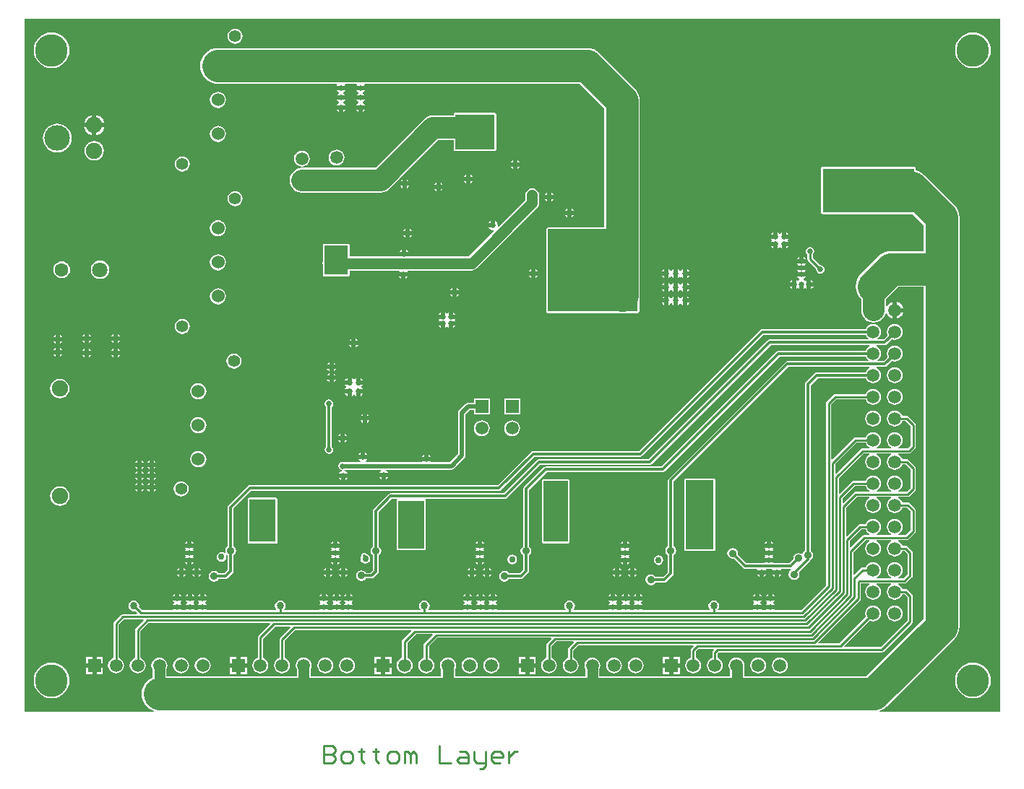
<source format=gbl>
G04 Layer_Physical_Order=2*
G04 Layer_Color=16711680*
%FSTAX25Y25*%
%MOIN*%
G70*
G01*
G75*
%ADD43C,0.01200*%
%ADD44C,0.01000*%
%ADD46C,0.02000*%
%ADD48C,0.15000*%
%ADD49C,0.10000*%
%ADD50C,0.05000*%
%ADD87C,0.05906*%
%ADD88R,0.05906X0.05906*%
%ADD89C,0.05500*%
%ADD90C,0.06000*%
%ADD91C,0.07480*%
%ADD92C,0.07087*%
%ADD93C,0.06300*%
%ADD94C,0.11811*%
%ADD95C,0.07500*%
%ADD96C,0.15000*%
%ADD97R,0.05906X0.05906*%
%ADD98C,0.03400*%
%ADD99C,0.03500*%
%ADD100C,0.02500*%
%ADD101C,0.02700*%
%ADD102C,0.03000*%
%ADD103C,0.05000*%
%ADD104R,0.42100X0.20500*%
%ADD105R,0.12300X0.19800*%
%ADD106R,0.11900X0.22000*%
%ADD107R,0.11200X0.28100*%
%ADD108R,0.12900X0.32000*%
%ADD109R,0.41400X0.38000*%
%ADD110R,0.18100X0.16300*%
%ADD111R,0.11100X0.13600*%
G36*
X0555Y0105D02*
X0499509D01*
X0499435Y01055D01*
X0500053Y0105687D01*
X0501478Y0106449D01*
X0502726Y0107474D01*
X0533926Y0138674D01*
X0534951Y0139922D01*
X0535712Y0141347D01*
X0536181Y0142893D01*
X053634Y01445D01*
Y03095D01*
Y03333D01*
X0536181Y0334908D01*
X0535712Y0336453D01*
X0534951Y0337878D01*
X0533926Y0339126D01*
X0520226Y0352826D01*
X0518978Y0353851D01*
X0517553Y0354612D01*
X0516014Y035508D01*
Y03561D01*
X0515959Y0356373D01*
X0515805Y0356605D01*
X0515573Y0356759D01*
X05153Y0356814D01*
X04732D01*
X0472927Y0356759D01*
X0472695Y0356605D01*
X0472541Y0356373D01*
X0472486Y03561D01*
Y03356D01*
X0472541Y0335327D01*
X0472695Y0335095D01*
X0472927Y0334941D01*
X04732Y0334886D01*
X0514861D01*
X051986Y0329887D01*
Y031774D01*
X05047D01*
X0503092Y0317581D01*
X0501547Y0317112D01*
X0500122Y0316351D01*
X0498874Y0315326D01*
X0490874Y0307326D01*
X0489849Y0306078D01*
X0489087Y0304653D01*
X0488619Y0303108D01*
X048846Y03015D01*
X0488619Y0299892D01*
X0489087Y0298347D01*
X0489849Y0296922D01*
X0490874Y0295674D01*
X0490951Y029561D01*
Y02905D01*
X0491147Y0289012D01*
X0491721Y0287625D01*
X0492635Y0286435D01*
X0493825Y0285521D01*
X0495212Y0284947D01*
X04967Y0284751D01*
X0498188Y0284947D01*
X0499575Y0285521D01*
X0500765Y0286435D01*
X0501679Y0287625D01*
X0502253Y0289012D01*
X0502264Y0289092D01*
X0502777Y0289159D01*
X0503047Y0288507D01*
X0503681Y0287681D01*
X0504507Y0287047D01*
X0505468Y0286649D01*
X05055Y0286645D01*
Y02905D01*
Y0294355D01*
X0505468Y0294351D01*
X0504507Y0293953D01*
X0503681Y0293319D01*
X0503047Y0292493D01*
X0502949Y0292257D01*
X0502449Y0292356D01*
Y029561D01*
X0502526Y0295674D01*
X0508113Y030126D01*
X051986D01*
Y0147913D01*
X0493487Y012154D01*
X0436978D01*
Y0125351D01*
X0437059Y0125546D01*
X0437184Y01265D01*
X0437059Y0127454D01*
X0436691Y0128342D01*
X0436105Y0129105D01*
X0435342Y0129691D01*
X0434454Y0130059D01*
X04335Y0130184D01*
X0432546Y0130059D01*
X0431658Y0129691D01*
X0430895Y0129105D01*
X0430309Y0128342D01*
X0429941Y0127454D01*
X0429816Y01265D01*
X0429941Y0125546D01*
X0430309Y0124658D01*
X0430522Y012438D01*
Y012154D01*
X0370165D01*
Y0124747D01*
X0370496Y0125546D01*
X0370622Y01265D01*
X0370496Y0127454D01*
X0370128Y0128342D01*
X0369543Y0129105D01*
X036878Y0129691D01*
X0367891Y0130059D01*
X0366937Y0130184D01*
X0365984Y0130059D01*
X0365095Y0129691D01*
X0364332Y0129105D01*
X0363747Y0128342D01*
X0363379Y0127454D01*
X0363253Y01265D01*
X0363379Y0125546D01*
X036371Y0124747D01*
Y012154D01*
X0303603D01*
Y0124747D01*
X0303934Y0125546D01*
X0304059Y01265D01*
X0303934Y0127454D01*
X0303566Y0128342D01*
X030298Y0129105D01*
X0302217Y0129691D01*
X0301329Y0130059D01*
X0300375Y0130184D01*
X0299421Y0130059D01*
X0298533Y0129691D01*
X029777Y0129105D01*
X0297184Y0128342D01*
X0296816Y0127454D01*
X0296691Y01265D01*
X0296816Y0125546D01*
X0297147Y0124747D01*
Y012154D01*
X023704D01*
Y0124747D01*
X0237371Y0125546D01*
X0237497Y01265D01*
X0237371Y0127454D01*
X0237003Y0128342D01*
X0236418Y0129105D01*
X0235655Y0129691D01*
X0234766Y0130059D01*
X0233812Y0130184D01*
X0232859Y0130059D01*
X023197Y0129691D01*
X0231207Y0129105D01*
X0230622Y0128342D01*
X0230254Y0127454D01*
X0230128Y01265D01*
X0230254Y0125546D01*
X0230585Y0124747D01*
Y012154D01*
X0170478D01*
Y0124747D01*
X0170809Y0125546D01*
X0170934Y01265D01*
X0170809Y0127454D01*
X0170441Y0128342D01*
X0169855Y0129105D01*
X0169092Y0129691D01*
X0168204Y0130059D01*
X016725Y0130184D01*
X0166296Y0130059D01*
X0165408Y0129691D01*
X0164645Y0129105D01*
X0164059Y0128342D01*
X0163691Y0127454D01*
X0163566Y01265D01*
X0163691Y0125546D01*
X0164022Y0124747D01*
Y0120873D01*
X0162672Y0120151D01*
X0161424Y0119126D01*
X0160399Y0117878D01*
X0159637Y0116453D01*
X0159169Y0114908D01*
X015901Y01133D01*
X0159169Y0111693D01*
X0159637Y0110147D01*
X0160399Y0108722D01*
X0161424Y0107474D01*
X0162672Y0106449D01*
X0164097Y0105687D01*
X0164715Y01055D01*
X0164641Y0105D01*
X0105D01*
Y0425D01*
X0555D01*
Y0105D01*
D02*
G37*
%LPC*%
G36*
X02022Y042048D02*
X0201299Y0420361D01*
X020046Y0420014D01*
X0199739Y0419461D01*
X0199186Y041874D01*
X0198839Y0417901D01*
X019872Y0417D01*
X0198839Y0416099D01*
X0199186Y041526D01*
X0199739Y0414539D01*
X020046Y0413986D01*
X0201299Y0413639D01*
X02022Y041352D01*
X0203101Y0413639D01*
X020394Y0413986D01*
X0204661Y0414539D01*
X0205214Y041526D01*
X0205561Y0416099D01*
X020568Y0417D01*
X0205561Y0417901D01*
X0205214Y041874D01*
X0204661Y0419461D01*
X020394Y0420014D01*
X0203101Y0420361D01*
X02022Y042048D01*
D02*
G37*
G36*
X05425Y041874D02*
X0540893Y0418582D01*
X0539347Y0418113D01*
X0537922Y0417352D01*
X0536674Y0416327D01*
X0535649Y0415078D01*
X0534888Y0413654D01*
X0534419Y0412108D01*
X053426Y0410501D01*
X0534419Y0408893D01*
X0534888Y0407347D01*
X0535649Y0405923D01*
X0536674Y0404674D01*
X0537922Y040365D01*
X0539347Y0402888D01*
X0540893Y0402419D01*
X05425Y0402261D01*
X0544107Y0402419D01*
X0545653Y0402888D01*
X0547078Y040365D01*
X0548326Y0404674D01*
X0549351Y0405923D01*
X0550112Y0407347D01*
X0550581Y0408893D01*
X055074Y0410501D01*
X0550581Y0412108D01*
X0550112Y0413654D01*
X0549351Y0415078D01*
X0548326Y0416327D01*
X0547078Y0417352D01*
X0545653Y0418113D01*
X0544107Y0418582D01*
X05425Y041874D01*
D02*
G37*
G36*
X01175D02*
X0115893Y0418582D01*
X0114347Y0418113D01*
X0112922Y0417352D01*
X0111674Y0416327D01*
X0110649Y0415078D01*
X0109888Y0413654D01*
X0109419Y0412108D01*
X010926Y0410501D01*
X0109419Y0408893D01*
X0109888Y0407347D01*
X0110649Y0405923D01*
X0111674Y0404674D01*
X0112922Y040365D01*
X0114347Y0402888D01*
X0115893Y0402419D01*
X01175Y0402261D01*
X0119107Y0402419D01*
X0120653Y0402888D01*
X0122078Y040365D01*
X0123326Y0404674D01*
X0124351Y0405923D01*
X0125112Y0407347D01*
X0125581Y0408893D01*
X012574Y0410501D01*
X0125581Y0412108D01*
X0125112Y0413654D01*
X0124351Y0415078D01*
X0123326Y0416327D01*
X0122078Y0417352D01*
X0120653Y0418113D01*
X0119107Y0418582D01*
X01175Y041874D01*
D02*
G37*
G36*
X0262138Y03922D02*
X0258062D01*
X0258478Y0391578D01*
X0259077Y0391178D01*
X0259095Y0391119D01*
Y0390681D01*
X0259077Y0390622D01*
X0258478Y0390222D01*
X0258062Y03896D01*
X0262138D01*
X0261722Y0390222D01*
X0261123Y0390622D01*
X0261105Y0390681D01*
Y0391119D01*
X0261123Y0391178D01*
X0261722Y0391578D01*
X0262138Y03922D01*
D02*
G37*
G36*
X0253038D02*
X0248962D01*
X0249378Y0391578D01*
X0249977Y0391178D01*
X0249995Y0391119D01*
Y0390681D01*
X0249977Y0390622D01*
X0249378Y0390222D01*
X0248962Y03896D01*
X0253038D01*
X0252622Y0390222D01*
X0252023Y0390622D01*
X0252005Y0390681D01*
Y0391119D01*
X0252023Y0391178D01*
X0252622Y0391578D01*
X0253038Y03922D01*
D02*
G37*
G36*
X0262138Y03876D02*
X0258062D01*
X0258478Y0386978D01*
X0259077Y0386578D01*
X0259095Y0386519D01*
Y0386081D01*
X0259077Y0386022D01*
X0258478Y0385622D01*
X0258062Y0385D01*
X0262138D01*
X0261722Y0385622D01*
X0261123Y0386022D01*
X0261105Y0386081D01*
Y0386519D01*
X0261123Y0386578D01*
X0261722Y0386978D01*
X0262138Y03876D01*
D02*
G37*
G36*
X0253038D02*
X0248962D01*
X0249378Y0386978D01*
X0249977Y0386578D01*
X0249995Y0386519D01*
Y0386081D01*
X0249977Y0386022D01*
X0249378Y0385622D01*
X0248962Y0385D01*
X0253038D01*
X0252622Y0385622D01*
X0252023Y0386022D01*
X0252005Y0386081D01*
Y0386519D01*
X0252023Y0386578D01*
X0252622Y0386978D01*
X0253038Y03876D01*
D02*
G37*
G36*
X01943Y0391332D02*
X0193334Y0391205D01*
X0192434Y0390832D01*
X0191661Y0390239D01*
X0191068Y0389466D01*
X0190695Y0388566D01*
X0190568Y03876D01*
X0190695Y0386634D01*
X0191068Y0385734D01*
X0191661Y0384961D01*
X0192434Y0384368D01*
X0193334Y0383995D01*
X01943Y0383868D01*
X0195266Y0383995D01*
X0196166Y0384368D01*
X0196939Y0384961D01*
X0197532Y0385734D01*
X0197905Y0386634D01*
X0198032Y03876D01*
X0197905Y0388566D01*
X0197532Y0389466D01*
X0196939Y0390239D01*
X0196166Y0390832D01*
X0195266Y0391205D01*
X01943Y0391332D01*
D02*
G37*
G36*
X0262138Y0383D02*
X02611D01*
Y0381962D01*
X0261722Y0382378D01*
X0262138Y0383D01*
D02*
G37*
G36*
X02591D02*
X0258062D01*
X0258478Y0382378D01*
X02591Y0381962D01*
Y0383D01*
D02*
G37*
G36*
X0253038D02*
X0252D01*
Y0381962D01*
X0252622Y0382378D01*
X0253038Y0383D01*
D02*
G37*
G36*
X025D02*
X0248962D01*
X0249378Y0382378D01*
X025Y0381962D01*
Y0383D01*
D02*
G37*
G36*
X0138227Y0380565D02*
Y0376905D01*
X0141887D01*
X0141855Y0377146D01*
X0141377Y0378301D01*
X0140615Y0379293D01*
X0139623Y0380055D01*
X0138468Y0380533D01*
X0138227Y0380565D01*
D02*
G37*
G36*
X0136228D02*
X0135988Y0380533D01*
X0134832Y0380055D01*
X013384Y0379293D01*
X0133078Y0378301D01*
X01326Y0377146D01*
X0132568Y0376905D01*
X0136228D01*
Y0380565D01*
D02*
G37*
G36*
Y0374905D02*
X0132568D01*
X01326Y0374665D01*
X0133078Y037351D01*
X013384Y0372518D01*
X0134832Y0371756D01*
X0135988Y0371278D01*
X0136228Y0371246D01*
Y0374905D01*
D02*
G37*
G36*
X0141887D02*
X0138227D01*
Y0371246D01*
X0138468Y0371278D01*
X0139623Y0371756D01*
X0140615Y0372518D01*
X0141377Y037351D01*
X0141855Y0374665D01*
X0141887Y0374905D01*
D02*
G37*
G36*
X01943Y0375632D02*
X0193334Y0375505D01*
X0192434Y0375132D01*
X0191661Y0374539D01*
X0191068Y0373766D01*
X0190695Y0372866D01*
X0190568Y03719D01*
X0190695Y0370934D01*
X0191068Y0370034D01*
X0191661Y0369261D01*
X0192434Y0368668D01*
X0193334Y0368295D01*
X01943Y0368168D01*
X0195266Y0368295D01*
X0196166Y0368668D01*
X0196939Y0369261D01*
X0197532Y0370034D01*
X0197905Y0370934D01*
X0198032Y03719D01*
X0197905Y0372866D01*
X0197532Y0373766D01*
X0196939Y0374539D01*
X0196166Y0375132D01*
X0195266Y0375505D01*
X01943Y0375632D01*
D02*
G37*
G36*
X03219Y0381714D02*
X03038D01*
X0303527Y0381659D01*
X0303295Y0381505D01*
X0303141Y0381273D01*
X0303086Y0381D01*
Y0380449D01*
X02935D01*
X0292012Y0380253D01*
X0290625Y0379679D01*
X0289435Y0378765D01*
X0266919Y0356249D01*
X0233D01*
X0231512Y0356053D01*
X0230125Y0355479D01*
X0228935Y0354565D01*
X0228021Y0353375D01*
X0227447Y0351988D01*
X0227251Y03505D01*
X0227447Y0349012D01*
X0228021Y0347625D01*
X0228935Y0346435D01*
X0230125Y0345521D01*
X0231512Y0344947D01*
X0233Y0344751D01*
X02693D01*
X0270788Y0344947D01*
X0272175Y0345521D01*
X0273365Y0346435D01*
X0295881Y0368951D01*
X0303086D01*
Y03647D01*
X0303141Y0364427D01*
X0303295Y0364195D01*
X0303527Y0364041D01*
X03038Y0363986D01*
X03219D01*
X0322173Y0364041D01*
X0322405Y0364195D01*
X0322559Y0364427D01*
X0322614Y03647D01*
Y0381D01*
X0322559Y0381273D01*
X0322405Y0381505D01*
X0322173Y0381659D01*
X03219Y0381714D01*
D02*
G37*
G36*
X01202Y0376638D02*
X0118905Y037651D01*
X011766Y0376132D01*
X0116512Y0375519D01*
X0115507Y0374693D01*
X0114681Y0373688D01*
X0114068Y037254D01*
X011369Y0371295D01*
X0113563Y037D01*
X011369Y0368705D01*
X0114068Y036746D01*
X0114681Y0366312D01*
X0115507Y0365307D01*
X0116512Y0364481D01*
X011766Y0363868D01*
X0118905Y036349D01*
X01202Y0363363D01*
X0121495Y036349D01*
X012274Y0363868D01*
X0123888Y0364481D01*
X0124893Y0365307D01*
X0125719Y0366312D01*
X0126332Y036746D01*
X012671Y0368705D01*
X0126838Y037D01*
X012671Y0371295D01*
X0126332Y037254D01*
X0125719Y0373688D01*
X0124893Y0374693D01*
X0123888Y0375519D01*
X012274Y0376132D01*
X0121495Y037651D01*
X01202Y0376638D01*
D02*
G37*
G36*
X0137228Y0368583D02*
X0136066Y036843D01*
X0134983Y0367982D01*
X0134054Y0367268D01*
X0133341Y0366339D01*
X0132892Y0365256D01*
X0132739Y0364094D01*
X0132892Y0362933D01*
X0133341Y036185D01*
X0134054Y0360921D01*
X0134983Y0360207D01*
X0136066Y0359759D01*
X0137228Y0359606D01*
X0138389Y0359759D01*
X0139472Y0360207D01*
X0140401Y0360921D01*
X0141115Y036185D01*
X0141563Y0362933D01*
X0141716Y0364094D01*
X0141563Y0365256D01*
X0141115Y0366339D01*
X0140401Y0367268D01*
X0139472Y0367982D01*
X0138389Y036843D01*
X0137228Y0368583D01*
D02*
G37*
G36*
X03325Y0359838D02*
Y03588D01*
X0333538D01*
X0333122Y0359422D01*
X03325Y0359838D01*
D02*
G37*
G36*
X03305D02*
X0329878Y0359422D01*
X0329462Y03588D01*
X03305D01*
Y0359838D01*
D02*
G37*
G36*
X0249Y0364684D02*
X0248046Y0364559D01*
X0247158Y0364191D01*
X0246395Y0363605D01*
X0245809Y0362842D01*
X0245441Y0361954D01*
X0245316Y0361D01*
X0245441Y0360046D01*
X0245809Y0359158D01*
X0246395Y0358395D01*
X0247158Y0357809D01*
X0248046Y0357441D01*
X0249Y0357316D01*
X0249954Y0357441D01*
X0250842Y0357809D01*
X0251605Y0358395D01*
X0252191Y0359158D01*
X0252559Y0360046D01*
X0252684Y0361D01*
X0252559Y0361954D01*
X0252191Y0362842D01*
X0251605Y0363605D01*
X0250842Y0364191D01*
X0249954Y0364559D01*
X0249Y0364684D01*
D02*
G37*
G36*
X0233Y0364184D02*
X0232046Y0364059D01*
X0231158Y0363691D01*
X0230395Y0363105D01*
X0229809Y0362342D01*
X0229441Y0361454D01*
X0229316Y03605D01*
X0229441Y0359546D01*
X0229809Y0358658D01*
X0230395Y0357895D01*
X0231158Y0357309D01*
X0232046Y0356941D01*
X0233Y0356816D01*
X0233954Y0356941D01*
X0234842Y0357309D01*
X0235605Y0357895D01*
X0236191Y0358658D01*
X0236559Y0359546D01*
X0236684Y03605D01*
X0236559Y0361454D01*
X0236191Y0362342D01*
X0235605Y0363105D01*
X0234842Y0363691D01*
X0233954Y0364059D01*
X0233Y0364184D01*
D02*
G37*
G36*
X0333538Y03568D02*
X03325D01*
Y0355762D01*
X0333122Y0356178D01*
X0333538Y03568D01*
D02*
G37*
G36*
X03305D02*
X0329462D01*
X0329878Y0356178D01*
X03305Y0355762D01*
Y03568D01*
D02*
G37*
G36*
X01778Y036148D02*
X0176899Y0361361D01*
X017606Y0361014D01*
X0175339Y0360461D01*
X0174786Y035974D01*
X0174439Y0358901D01*
X017432Y0358D01*
X0174439Y0357099D01*
X0174786Y035626D01*
X0175339Y0355539D01*
X017606Y0354986D01*
X0176899Y0354639D01*
X01778Y035452D01*
X0178701Y0354639D01*
X017954Y0354986D01*
X0180261Y0355539D01*
X0180814Y035626D01*
X0181161Y0357099D01*
X018128Y0358D01*
X0181161Y0358901D01*
X0180814Y035974D01*
X0180261Y0360461D01*
X017954Y0361014D01*
X0178701Y0361361D01*
X01778Y036148D01*
D02*
G37*
G36*
X031065Y0353088D02*
Y035205D01*
X0311687D01*
X0311272Y0352673D01*
X031065Y0353088D01*
D02*
G37*
G36*
X030865D02*
X0308027Y0352673D01*
X0307612Y035205D01*
X030865D01*
Y0353088D01*
D02*
G37*
G36*
X02815Y0350938D02*
Y03499D01*
X0282538D01*
X0282122Y0350522D01*
X02815Y0350938D01*
D02*
G37*
G36*
X02795D02*
X0278878Y0350522D01*
X0278462Y03499D01*
X02795D01*
Y0350938D01*
D02*
G37*
G36*
X0311687Y035005D02*
X031065D01*
Y0349012D01*
X0311272Y0349428D01*
X0311687Y035005D01*
D02*
G37*
G36*
X030865D02*
X0307612D01*
X0308027Y0349428D01*
X030865Y0349012D01*
Y035005D01*
D02*
G37*
G36*
X0296957Y0349581D02*
Y0348543D01*
X0297995D01*
X0297579Y0349166D01*
X0296957Y0349581D01*
D02*
G37*
G36*
X0294957D02*
X0294335Y0349166D01*
X0293919Y0348543D01*
X0294957D01*
Y0349581D01*
D02*
G37*
G36*
X0282538Y03479D02*
X02815D01*
Y0346862D01*
X0282122Y0347278D01*
X0282538Y03479D01*
D02*
G37*
G36*
X02795D02*
X0278462D01*
X0278878Y0347278D01*
X02795Y0346862D01*
Y03479D01*
D02*
G37*
G36*
X0297995Y0346543D02*
X0296957D01*
Y0345505D01*
X0297579Y0345921D01*
X0297995Y0346543D01*
D02*
G37*
G36*
X0294957D02*
X0293919D01*
X0294335Y0345921D01*
X0294957Y0345505D01*
Y0346543D01*
D02*
G37*
G36*
X0348043Y0344881D02*
Y0343843D01*
X0349081D01*
X0348665Y0344465D01*
X0348043Y0344881D01*
D02*
G37*
G36*
X0346043D02*
X0345421Y0344465D01*
X0345005Y0343843D01*
X0346043D01*
Y0344881D01*
D02*
G37*
G36*
X0349081Y0341843D02*
X0348043D01*
Y0340805D01*
X0348665Y0341221D01*
X0349081Y0341843D01*
D02*
G37*
G36*
X0346043D02*
X0345005D01*
X0345421Y0341221D01*
X0346043Y0340805D01*
Y0341843D01*
D02*
G37*
G36*
X02022Y034548D02*
X0201299Y0345361D01*
X020046Y0345014D01*
X0199739Y0344461D01*
X0199186Y034374D01*
X0198839Y0342901D01*
X019872Y0342D01*
X0198839Y0341099D01*
X0199186Y034026D01*
X0199739Y0339539D01*
X020046Y0338986D01*
X0201299Y0338639D01*
X02022Y033852D01*
X0203101Y0338639D01*
X020394Y0338986D01*
X0204661Y0339539D01*
X0205214Y034026D01*
X0205561Y0341099D01*
X020568Y0342D01*
X0205561Y0342901D01*
X0205214Y034374D01*
X0204661Y0344461D01*
X020394Y0345014D01*
X0203101Y0345361D01*
X02022Y034548D01*
D02*
G37*
G36*
X03575Y0337495D02*
Y0336457D01*
X0358538D01*
X0358122Y0337079D01*
X03575Y0337495D01*
D02*
G37*
G36*
X03555D02*
X0354878Y0337079D01*
X0354462Y0336457D01*
X03555D01*
Y0337495D01*
D02*
G37*
G36*
X0358538Y0334457D02*
X03575D01*
Y0333419D01*
X0358122Y0333835D01*
X0358538Y0334457D01*
D02*
G37*
G36*
X03555D02*
X0354462D01*
X0354878Y0333835D01*
X03555Y0333419D01*
Y0334457D01*
D02*
G37*
G36*
X032005Y0331788D02*
X0319428Y0331372D01*
X0319012Y033075D01*
X032005D01*
Y0331788D01*
D02*
G37*
G36*
X03392Y0346828D02*
X0338365Y0346718D01*
X0337586Y0346395D01*
X0336918Y0345882D01*
X0336405Y0345214D01*
X0336082Y0344435D01*
X0335972Y03436D01*
Y0341337D01*
X0323722Y0329086D01*
X0323261Y0329333D01*
X0323344Y032975D01*
X0323169Y0330628D01*
X0322672Y0331372D01*
X032205Y0331788D01*
Y032975D01*
X032105D01*
Y032875D01*
X0319012D01*
X0319428Y0328128D01*
X0320172Y032763D01*
X032105Y0327456D01*
X0321467Y0327539D01*
X0321714Y0327078D01*
X0309913Y0315278D01*
X0282645D01*
X0282514Y03155D01*
X0277886D01*
X0277755Y0315278D01*
X0255114D01*
Y03204D01*
X0255059Y0320673D01*
X0254905Y0320905D01*
X0254673Y0321059D01*
X02544Y0321114D01*
X02433D01*
X0243027Y0321059D01*
X0242795Y0320905D01*
X0242641Y0320673D01*
X0242586Y03204D01*
Y0313045D01*
X0242582Y0313035D01*
X0242472Y03122D01*
X0242582Y0311365D01*
X0242586Y0311355D01*
Y03068D01*
X0242641Y0306527D01*
X0242795Y0306295D01*
X0243027Y0306141D01*
X02433Y0306086D01*
X02544D01*
X0254673Y0306141D01*
X0254905Y0306295D01*
X0255059Y0306527D01*
X0255114Y03068D01*
Y0308822D01*
X027771D01*
X0277977Y0308322D01*
X0277762Y0308D01*
X0281838D01*
X0281622Y0308322D01*
X028189Y0308822D01*
X031125D01*
X0312085Y0308932D01*
X0312864Y0309255D01*
X0313532Y0309768D01*
X0341482Y0337718D01*
X0341995Y0338386D01*
X0342318Y0339165D01*
X0342428Y034D01*
Y03436D01*
X0342318Y0344435D01*
X0341995Y0345214D01*
X0341482Y0345882D01*
X0340814Y0346395D01*
X0340035Y0346718D01*
X03392Y0346828D01*
D02*
G37*
G36*
X0282843Y0327995D02*
Y0326957D01*
X0283881D01*
X0283466Y0327579D01*
X0282843Y0327995D01*
D02*
G37*
G36*
X0280843D02*
X0280221Y0327579D01*
X0279805Y0326957D01*
X0280843D01*
Y0327995D01*
D02*
G37*
G36*
X04543Y0326338D02*
X0453678Y0325922D01*
X045355Y0325731D01*
X045305D01*
X0452922Y0325922D01*
X04523Y0326338D01*
Y03243D01*
X04513D01*
Y03233D01*
X0449262D01*
X0449678Y0322678D01*
Y0322622D01*
X0449262Y0322D01*
X04513D01*
Y0321D01*
X04523D01*
Y0318962D01*
X0452922Y0319378D01*
X045305Y0319569D01*
X045355D01*
X0453678Y0319378D01*
X04543Y0318962D01*
Y0321D01*
X04553D01*
Y0322D01*
X0457338D01*
X0456922Y0322622D01*
Y0322678D01*
X0457338Y03233D01*
X04553D01*
Y03243D01*
X04543D01*
Y0326338D01*
D02*
G37*
G36*
X04563D02*
Y03253D01*
X0457338D01*
X0456922Y0325922D01*
X04563Y0326338D01*
D02*
G37*
G36*
X04503D02*
X0449678Y0325922D01*
X0449262Y03253D01*
X04503D01*
Y0326338D01*
D02*
G37*
G36*
X01943Y0332032D02*
X0193334Y0331905D01*
X0192434Y0331532D01*
X0191661Y0330939D01*
X0191068Y0330166D01*
X0190695Y0329266D01*
X0190568Y03283D01*
X0190695Y0327334D01*
X0191068Y0326434D01*
X0191661Y0325661D01*
X0192434Y0325068D01*
X0193334Y0324695D01*
X01943Y0324568D01*
X0195266Y0324695D01*
X0196166Y0325068D01*
X0196939Y0325661D01*
X0197532Y0326434D01*
X0197905Y0327334D01*
X0198032Y03283D01*
X0197905Y0329266D01*
X0197532Y0330166D01*
X0196939Y0330939D01*
X0196166Y0331532D01*
X0195266Y0331905D01*
X01943Y0332032D01*
D02*
G37*
G36*
X0283881Y0324957D02*
X0282843D01*
Y0323919D01*
X0283466Y0324335D01*
X0283881Y0324957D01*
D02*
G37*
G36*
X0280843D02*
X0279805D01*
X0280221Y0324335D01*
X0280843Y0323919D01*
Y0324957D01*
D02*
G37*
G36*
X0457338Y032D02*
X04563D01*
Y0318962D01*
X0456922Y0319378D01*
X0457338Y032D01*
D02*
G37*
G36*
X04503D02*
X0449262D01*
X0449678Y0319378D01*
X04503Y0318962D01*
Y032D01*
D02*
G37*
G36*
X02812Y0318538D02*
Y03175D01*
X0282238D01*
X0281822Y0318122D01*
X02812Y0318538D01*
D02*
G37*
G36*
X02792D02*
X0278578Y0318122D01*
X0278162Y03175D01*
X02792D01*
Y0318538D01*
D02*
G37*
G36*
X04644Y0315038D02*
Y0314D01*
X0465438D01*
X0465022Y0314622D01*
X04644Y0315038D01*
D02*
G37*
G36*
X04624D02*
X0461778Y0314622D01*
X0461362Y0314D01*
X04624D01*
Y0315038D01*
D02*
G37*
G36*
X0465438Y0312D02*
X0461362D01*
X0461696Y03115D01*
X0461362Y0311D01*
X0465438D01*
X0465104Y03115D01*
X0465438Y0312D01*
D02*
G37*
G36*
X01943Y0316332D02*
X0193334Y0316205D01*
X0192434Y0315832D01*
X0191661Y0315239D01*
X0191068Y0314466D01*
X0190695Y0313566D01*
X0190568Y03126D01*
X0190695Y0311634D01*
X0191068Y0310734D01*
X0191661Y0309961D01*
X0192434Y0309368D01*
X0193334Y0308995D01*
X01943Y0308868D01*
X0195266Y0308995D01*
X0196166Y0309368D01*
X0196939Y0309961D01*
X0197532Y0310734D01*
X0197905Y0311634D01*
X0198032Y03126D01*
X0197905Y0313566D01*
X0197532Y0314466D01*
X0196939Y0315239D01*
X0196166Y0315832D01*
X0195266Y0316205D01*
X01943Y0316332D01*
D02*
G37*
G36*
X04087Y0309538D02*
X0408078Y0309122D01*
X0407876Y030882D01*
X0407274D01*
X0407072Y0309122D01*
X040645Y0309538D01*
Y03075D01*
Y0305462D01*
X0407072Y0305878D01*
X0407274Y030618D01*
X0407876D01*
X0408078Y0305878D01*
X04087Y0305462D01*
Y03075D01*
Y0309538D01*
D02*
G37*
G36*
X040445D02*
X0403828Y0309122D01*
X0403626Y030882D01*
X0403024D01*
X0402822Y0309122D01*
X04022Y0309538D01*
Y03075D01*
Y0305462D01*
X0402822Y0305878D01*
X0403024Y030618D01*
X0403626D01*
X0403828Y0305878D01*
X040445Y0305462D01*
Y03075D01*
Y0309538D01*
D02*
G37*
G36*
X04107D02*
Y03085D01*
X0411738D01*
X0411322Y0309122D01*
X04107Y0309538D01*
D02*
G37*
G36*
X04002D02*
X0399578Y0309122D01*
X0399162Y03085D01*
X04002D01*
Y0309538D01*
D02*
G37*
G36*
X0340657Y0309495D02*
Y0308457D01*
X0341695D01*
X0341279Y0309079D01*
X0340657Y0309495D01*
D02*
G37*
G36*
X0338657D02*
X0338035Y0309079D01*
X0337619Y0308457D01*
X0338657D01*
Y0309495D01*
D02*
G37*
G36*
X0465438Y0309D02*
X0461362D01*
X0461696Y03085D01*
X0461362Y0308D01*
X0465438D01*
X0465104Y03085D01*
X0465438Y0309D01*
D02*
G37*
G36*
X04674Y0319688D02*
X0466639Y0319537D01*
X0465994Y0319106D01*
X0465563Y0318461D01*
X0465412Y03177D01*
X0465563Y0316939D01*
X0465994Y0316294D01*
X0466177Y0316172D01*
Y03141D01*
X046627Y0313632D01*
X0466535Y0313235D01*
X0470186Y0309584D01*
X0470143Y0309368D01*
X0470295Y0308608D01*
X0470726Y0307963D01*
X0471371Y0307532D01*
X0472131Y030738D01*
X0472892Y0307532D01*
X0473537Y0307963D01*
X0473968Y0308608D01*
X047412Y0309368D01*
X0473968Y0310129D01*
X0473537Y0310774D01*
X0472892Y0311205D01*
X0472131Y0311357D01*
X0471916Y0311314D01*
X0468623Y0314607D01*
Y0316172D01*
X0468806Y0316294D01*
X0469237Y0316939D01*
X0469388Y03177D01*
X0469237Y0318461D01*
X0468806Y0319106D01*
X0468161Y0319537D01*
X04674Y0319688D01*
D02*
G37*
G36*
X0411738Y03065D02*
X04107D01*
Y0305462D01*
X0411322Y0305878D01*
X0411738Y03065D01*
D02*
G37*
G36*
X04002D02*
X0399162D01*
X0399578Y0305878D01*
X04002Y0305462D01*
Y03065D01*
D02*
G37*
G36*
X0341695Y0306457D02*
X0340657D01*
Y0305419D01*
X0341279Y0305835D01*
X0341695Y0306457D01*
D02*
G37*
G36*
X0338657D02*
X0337619D01*
X0338035Y0305835D01*
X0338657Y0305419D01*
Y0306457D01*
D02*
G37*
G36*
X01222Y0313083D02*
X0121195Y0312951D01*
X0120258Y0312563D01*
X0119454Y0311946D01*
X0118837Y0311142D01*
X0118449Y0310205D01*
X0118317Y03092D01*
X0118449Y0308195D01*
X0118837Y0307258D01*
X0119454Y0306454D01*
X0120258Y0305837D01*
X0121195Y0305449D01*
X01222Y0305317D01*
X0123205Y0305449D01*
X0124142Y0305837D01*
X0124946Y0306454D01*
X0125563Y0307258D01*
X0125951Y0308195D01*
X0126083Y03092D01*
X0125951Y0310205D01*
X0125563Y0311142D01*
X0124946Y0311946D01*
X0124142Y0312563D01*
X0123205Y0312951D01*
X01222Y0313083D01*
D02*
G37*
G36*
X0281838Y0306D02*
X02808D01*
Y0304962D01*
X0281422Y0305378D01*
X0281838Y0306D01*
D02*
G37*
G36*
X02788D02*
X0277762D01*
X0278178Y0305378D01*
X02788Y0304962D01*
Y0306D01*
D02*
G37*
G36*
X01399Y031348D02*
X0138792Y0313334D01*
X013776Y0312907D01*
X0136874Y0312226D01*
X0136194Y031134D01*
X0135766Y0310308D01*
X013562Y03092D01*
X0135766Y0308092D01*
X0136194Y030706D01*
X0136874Y0306174D01*
X013776Y0305493D01*
X0138792Y0305066D01*
X01399Y030492D01*
X0141008Y0305066D01*
X014204Y0305493D01*
X0142926Y0306174D01*
X0143606Y030706D01*
X0144034Y0308092D01*
X014418Y03092D01*
X0144034Y0310308D01*
X0143606Y031134D01*
X0142926Y0312226D01*
X014204Y0312907D01*
X0141008Y0313334D01*
X01399Y031348D01*
D02*
G37*
G36*
X0465438Y0306D02*
X0461362D01*
X0461778Y0305378D01*
X0462418Y030495D01*
X0462459Y0304552D01*
X0462428Y030439D01*
X0461878Y0304022D01*
X0461722D01*
X04611Y0304438D01*
Y03024D01*
Y0300362D01*
X0461722Y0300778D01*
X0461878D01*
X04625Y0300362D01*
Y03024D01*
X04645D01*
Y0300362D01*
X0465122Y0300778D01*
X0465278D01*
X04659Y0300362D01*
Y03024D01*
Y0304438D01*
X0465278Y0304022D01*
X0465122D01*
X0464482Y030445D01*
X0464441Y0304848D01*
X0464472Y0305011D01*
X0465022Y0305378D01*
X0465438Y0306D01*
D02*
G37*
G36*
X04679Y0304438D02*
Y03034D01*
X0468938D01*
X0468522Y0304022D01*
X04679Y0304438D01*
D02*
G37*
G36*
X04591D02*
X0458478Y0304022D01*
X0458062Y03034D01*
X04591D01*
Y0304438D01*
D02*
G37*
G36*
X04087Y0303238D02*
X0408078Y0302822D01*
X0407876Y030252D01*
X0407274D01*
X0407072Y0302822D01*
X040645Y0303238D01*
Y03012D01*
Y0299162D01*
X0407072Y0299578D01*
X0407274Y029988D01*
X0407876D01*
X0408078Y0299578D01*
X04087Y0299162D01*
Y03012D01*
Y0303238D01*
D02*
G37*
G36*
X040445D02*
X0403828Y0302822D01*
X0403626Y030252D01*
X0403024D01*
X0402822Y0302822D01*
X04022Y0303238D01*
Y03012D01*
Y0299162D01*
X0402822Y0299578D01*
X0403024Y029988D01*
X0403626D01*
X0403828Y0299578D01*
X040445Y0299162D01*
Y03012D01*
Y0303238D01*
D02*
G37*
G36*
X04107D02*
Y03022D01*
X0411738D01*
X0411322Y0302822D01*
X04107Y0303238D01*
D02*
G37*
G36*
X04002D02*
X0399578Y0302822D01*
X0399162Y03022D01*
X04002D01*
Y0303238D01*
D02*
G37*
G36*
X0468938Y03014D02*
X04679D01*
Y0300362D01*
X0468522Y0300778D01*
X0468938Y03014D01*
D02*
G37*
G36*
X04591D02*
X0458062D01*
X0458478Y0300778D01*
X04591Y0300362D01*
Y03014D01*
D02*
G37*
G36*
X030444Y0300798D02*
Y029976D01*
X0305478D01*
X0305062Y0300382D01*
X030444Y0300798D01*
D02*
G37*
G36*
X030244D02*
X0301818Y0300382D01*
X0301402Y029976D01*
X030244D01*
Y0300798D01*
D02*
G37*
G36*
X0411738Y03002D02*
X04107D01*
Y0299162D01*
X0411322Y0299578D01*
X0411738Y03002D01*
D02*
G37*
G36*
X04002D02*
X0399162D01*
X0399578Y0299578D01*
X04002Y0299162D01*
Y03002D01*
D02*
G37*
G36*
X0305478Y029776D02*
X030444D01*
Y0296722D01*
X0305062Y0297138D01*
X0305478Y029776D01*
D02*
G37*
G36*
X030244D02*
X0301402D01*
X0301818Y0297138D01*
X030244Y0296722D01*
Y029776D01*
D02*
G37*
G36*
X04087Y0296938D02*
X0408078Y0296522D01*
X0407876Y029622D01*
X0407274D01*
X0407072Y0296522D01*
X040645Y0296938D01*
Y02949D01*
Y0292862D01*
X0407072Y0293278D01*
X0407274Y029358D01*
X0407876D01*
X0408078Y0293278D01*
X04087Y0292862D01*
Y02949D01*
Y0296938D01*
D02*
G37*
G36*
X040445D02*
X0403828Y0296522D01*
X0403626Y029622D01*
X0403024D01*
X0402822Y0296522D01*
X04022Y0296938D01*
Y02949D01*
Y0292862D01*
X0402822Y0293278D01*
X0403024Y029358D01*
X0403626D01*
X0403828Y0293278D01*
X040445Y0292862D01*
Y02949D01*
Y0296938D01*
D02*
G37*
G36*
X04107D02*
Y02959D01*
X0411738D01*
X0411322Y0296522D01*
X04107Y0296938D01*
D02*
G37*
G36*
X04002D02*
X0399578Y0296522D01*
X0399162Y02959D01*
X04002D01*
Y0296938D01*
D02*
G37*
G36*
X01943Y0300632D02*
X0193334Y0300505D01*
X0192434Y0300132D01*
X0191661Y0299539D01*
X0191068Y0298766D01*
X0190695Y0297866D01*
X0190568Y02969D01*
X0190695Y0295934D01*
X0191068Y0295034D01*
X0191661Y0294261D01*
X0192434Y0293668D01*
X0193334Y0293295D01*
X01943Y0293168D01*
X0195266Y0293295D01*
X0196166Y0293668D01*
X0196939Y0294261D01*
X0197532Y0295034D01*
X0197905Y0295934D01*
X0198032Y02969D01*
X0197905Y0297866D01*
X0197532Y0298766D01*
X0196939Y0299539D01*
X0196166Y0300132D01*
X0195266Y0300505D01*
X01943Y0300632D01*
D02*
G37*
G36*
X0411738Y02939D02*
X04107D01*
Y0292862D01*
X0411322Y0293278D01*
X0411738Y02939D01*
D02*
G37*
G36*
X04002D02*
X0399162D01*
X0399578Y0293278D01*
X04002Y0292862D01*
Y02939D01*
D02*
G37*
G36*
X05075Y0294355D02*
Y02915D01*
X0510355D01*
X0510351Y0291532D01*
X0509953Y0292493D01*
X0509319Y0293319D01*
X0508493Y0293953D01*
X0507532Y0294351D01*
X05075Y0294355D01*
D02*
G37*
G36*
X03645Y041154D02*
X01943D01*
X0192692Y0411381D01*
X0191147Y0410913D01*
X0189722Y0410151D01*
X0188474Y0409126D01*
X0187449Y0407878D01*
X0186688Y0406453D01*
X0186219Y0404908D01*
X018606Y04033D01*
X0186219Y0401692D01*
X0186688Y0400147D01*
X0187449Y0398722D01*
X0188474Y0397474D01*
X0189722Y0396449D01*
X0191147Y0395688D01*
X0192692Y0395219D01*
X01943Y039506D01*
X0248936D01*
X0249203Y039456D01*
X0248962Y03942D01*
X0253038D01*
X0252797Y039456D01*
X0253064Y039506D01*
X0258036D01*
X0258303Y039456D01*
X0258062Y03942D01*
X0262138D01*
X0261897Y039456D01*
X0262164Y039506D01*
X0361087D01*
X037236Y0383787D01*
Y0328614D01*
X03465D01*
X0346227Y0328559D01*
X0345995Y0328405D01*
X0345841Y0328173D01*
X0345786Y03279D01*
Y02899D01*
X0345841Y0289627D01*
X0345995Y0289395D01*
X0346227Y0289241D01*
X03465Y0289186D01*
X0380336D01*
X03806Y028916D01*
X0380864Y0289186D01*
X03879D01*
X0388173Y0289241D01*
X0388405Y0289395D01*
X0388559Y0289627D01*
X0388614Y02899D01*
Y0295569D01*
X0388681Y0295793D01*
X038884Y02974D01*
Y03872D01*
X0388681Y0388808D01*
X0388212Y0390353D01*
X0387451Y0391778D01*
X0386426Y0393026D01*
X0370326Y0409126D01*
X0369078Y0410151D01*
X0367653Y0410913D01*
X0366108Y0411381D01*
X03645Y041154D01*
D02*
G37*
G36*
X03007Y0289438D02*
X0300078Y0289022D01*
X0299722D01*
X02991Y0289438D01*
Y02874D01*
X02981D01*
Y02864D01*
X0296062D01*
X0296396Y02859D01*
X0296062Y02854D01*
X02981D01*
Y02844D01*
X02991D01*
Y0282362D01*
X0299722Y0282778D01*
X0300078D01*
X03007Y0282362D01*
Y02844D01*
X03017D01*
Y02854D01*
X0303738D01*
X0303404Y02859D01*
X0303738Y02864D01*
X03017D01*
Y02874D01*
X03007D01*
Y0289438D01*
D02*
G37*
G36*
X03027D02*
Y02884D01*
X0303738D01*
X0303322Y0289022D01*
X03027Y0289438D01*
D02*
G37*
G36*
X02971D02*
X0296478Y0289022D01*
X0296062Y02884D01*
X02971D01*
Y0289438D01*
D02*
G37*
G36*
X0510355Y02895D02*
X05075D01*
Y0286645D01*
X0507532Y0286649D01*
X0508493Y0287047D01*
X0509319Y0287681D01*
X0509953Y0288507D01*
X0510351Y0289468D01*
X0510355Y02895D01*
D02*
G37*
G36*
X0303738Y02834D02*
X03027D01*
Y0282362D01*
X0303322Y0282778D01*
X0303738Y02834D01*
D02*
G37*
G36*
X02971D02*
X0296062D01*
X0296478Y0282778D01*
X02971Y0282362D01*
Y02834D01*
D02*
G37*
G36*
X01778Y028648D02*
X0176899Y0286361D01*
X017606Y0286014D01*
X0175339Y0285461D01*
X0174786Y028474D01*
X0174439Y0283901D01*
X017432Y0283D01*
X0174439Y0282099D01*
X0174786Y028126D01*
X0175339Y0280539D01*
X017606Y0279986D01*
X0176899Y0279639D01*
X01778Y027952D01*
X0178701Y0279639D01*
X017954Y0279986D01*
X0180261Y0280539D01*
X0180814Y028126D01*
X0181161Y0282099D01*
X018128Y0283D01*
X0181161Y0283901D01*
X0180814Y028474D01*
X0180261Y0285461D01*
X017954Y0286014D01*
X0178701Y0286361D01*
X01778Y028648D01*
D02*
G37*
G36*
X01481Y0279438D02*
Y02784D01*
X0149138D01*
X0148722Y0279022D01*
X01481Y0279438D01*
D02*
G37*
G36*
X01461D02*
X0145478Y0279022D01*
X0145062Y02784D01*
X01461D01*
Y0279438D01*
D02*
G37*
G36*
X01347Y0279338D02*
Y02783D01*
X0135738D01*
X0135322Y0278922D01*
X01347Y0279338D01*
D02*
G37*
G36*
X01327D02*
X0132078Y0278922D01*
X0131662Y02783D01*
X01327D01*
Y0279338D01*
D02*
G37*
G36*
X01213Y0279038D02*
Y0278D01*
X0122338D01*
X0121922Y0278622D01*
X01213Y0279038D01*
D02*
G37*
G36*
X01193D02*
X0118678Y0278622D01*
X0118262Y0278D01*
X01193D01*
Y0279038D01*
D02*
G37*
G36*
X05065Y0284184D02*
X0505546Y0284059D01*
X0504658Y0283691D01*
X0503895Y0283105D01*
X0503309Y0282342D01*
X0502941Y0281454D01*
X0502816Y02805D01*
X0502941Y0279546D01*
X0503214Y0278888D01*
X0501251Y0276925D01*
X0498663D01*
X0498493Y0277426D01*
X0499105Y0277895D01*
X0499691Y0278658D01*
X0500059Y0279546D01*
X0500184Y02805D01*
X0500059Y0281454D01*
X0499691Y0282342D01*
X0499105Y0283105D01*
X0498342Y0283691D01*
X0497454Y0284059D01*
X04965Y0284184D01*
X0495546Y0284059D01*
X0494658Y0283691D01*
X0493895Y0283105D01*
X0493309Y0282342D01*
X0493095Y0281825D01*
X04453D01*
X0444793Y0281725D01*
X0444363Y0281437D01*
X0388451Y0225525D01*
X03396D01*
X0339093Y0225425D01*
X0338663Y0225137D01*
X0323251Y0209725D01*
X0209D01*
X0208493Y0209625D01*
X0208063Y0209337D01*
X0199163Y0200437D01*
X0198875Y0200007D01*
X0198775Y01995D01*
Y0181561D01*
X0198334Y0181266D01*
X0197792Y0180456D01*
X0197602Y01795D01*
X0197788Y0178566D01*
X019773Y01785D01*
X0197385Y0178254D01*
X0196758Y0178672D01*
X01959Y0178843D01*
X0195042Y0178672D01*
X0194314Y0178186D01*
X0193828Y0177458D01*
X0193657Y01766D01*
X0193828Y0175742D01*
X0194314Y0175014D01*
X0195042Y0174528D01*
X01959Y0174357D01*
X0196758Y0174528D01*
X0197486Y0175014D01*
X0197972Y0175742D01*
X0198143Y01766D01*
X0197981Y0177413D01*
X0198119Y0177539D01*
X0198374Y0177679D01*
X0198775Y0177424D01*
Y0170549D01*
X0197151Y0168925D01*
X0194561D01*
X0194266Y0169366D01*
X0193456Y0169908D01*
X01925Y0170098D01*
X0191544Y0169908D01*
X0190734Y0169366D01*
X0190192Y0168556D01*
X0190002Y01676D01*
X0190192Y0166644D01*
X0190734Y0165834D01*
X0191544Y0165292D01*
X01925Y0165102D01*
X0193456Y0165292D01*
X0194266Y0165834D01*
X0194561Y0166274D01*
X01977D01*
X0198207Y0166375D01*
X0198637Y0166663D01*
X0201037Y0169063D01*
X0201325Y0169493D01*
X0201426Y017D01*
Y0177439D01*
X0201866Y0177734D01*
X0202408Y0178544D01*
X0202598Y01795D01*
X0202408Y0180456D01*
X0201866Y0181266D01*
X0201426Y0181561D01*
Y0198951D01*
X0209549Y0207074D01*
X03238D01*
X0324307Y0207175D01*
X0324737Y0207463D01*
X0340149Y0222874D01*
X0389D01*
X0389507Y0222975D01*
X0389937Y0223263D01*
X0445849Y0279174D01*
X0493095D01*
X0493309Y0278658D01*
X0493895Y0277895D01*
X0494507Y0277426D01*
X0494337Y0276925D01*
X04487D01*
X0448193Y0276825D01*
X0447763Y0276537D01*
X0392851Y0221625D01*
X03423D01*
X0341793Y0221525D01*
X0341363Y0221237D01*
X0326051Y0205925D01*
X02739D01*
X0273393Y0205825D01*
X0272963Y0205537D01*
X0266156Y0198731D01*
X0265869Y0198301D01*
X0265768Y0197794D01*
Y0181467D01*
X0265327Y0181173D01*
X0264786Y0180362D01*
X0264596Y0179406D01*
X0264786Y017845D01*
X0265327Y017764D01*
X0265768Y0177345D01*
Y0170343D01*
X0264651Y0169226D01*
X0262561D01*
X0262266Y0169666D01*
X0261456Y0170208D01*
X02605Y0170398D01*
X0259544Y0170208D01*
X0258734Y0169666D01*
X0258192Y0168856D01*
X0258002Y01679D01*
X0258192Y0166944D01*
X0258734Y0166134D01*
X0259544Y0165592D01*
X02605Y0165402D01*
X0261456Y0165592D01*
X0262266Y0166134D01*
X0262561Y0166575D01*
X02652D01*
X0265707Y0166675D01*
X0266137Y0166963D01*
X0268031Y0168856D01*
X0268318Y0169287D01*
X0268419Y0169794D01*
Y0177345D01*
X026886Y017764D01*
X0269402Y017845D01*
X0269592Y0179406D01*
X0269402Y0180362D01*
X026886Y0181173D01*
X0268419Y0181467D01*
Y0197245D01*
X0274449Y0203274D01*
X0276687D01*
X0276743Y0203207D01*
X0276908Y0202775D01*
X0276841Y0202673D01*
X0276786Y02024D01*
Y01804D01*
X0276841Y0180127D01*
X0276995Y0179895D01*
X0277227Y0179741D01*
X02775Y0179686D01*
X02894D01*
X0289673Y0179741D01*
X0289905Y0179895D01*
X0290059Y0180127D01*
X0290114Y01804D01*
Y02024D01*
X0290059Y0202673D01*
X0289992Y0202775D01*
X0290157Y0203207D01*
X0290213Y0203274D01*
X03266D01*
X0327107Y0203375D01*
X0327537Y0203663D01*
X0342849Y0218974D01*
X03934D01*
X0393907Y0219075D01*
X0394337Y0219363D01*
X0449249Y0274274D01*
X0494761D01*
X049486Y0273775D01*
X0494658Y0273691D01*
X0493895Y0273105D01*
X0493309Y0272342D01*
X0493013Y0271625D01*
X04527D01*
X0452193Y0271525D01*
X0451763Y0271237D01*
X0398851Y0218325D01*
X03455D01*
X0344993Y0218225D01*
X0344563Y0217937D01*
X0335463Y0208837D01*
X0335175Y0208407D01*
X0335074Y02079D01*
Y0181461D01*
X0334634Y0181166D01*
X0334092Y0180356D01*
X0333902Y01794D01*
X0334092Y0178444D01*
X0334634Y0177634D01*
X0335074Y0177339D01*
Y0170749D01*
X0333367Y0169041D01*
X0328545D01*
X0328251Y0169482D01*
X032744Y0170024D01*
X0326484Y0170214D01*
X0325528Y0170024D01*
X0324718Y0169482D01*
X0324176Y0168672D01*
X0323986Y0167716D01*
X0324176Y016676D01*
X0324718Y0165949D01*
X0325528Y0165408D01*
X0326484Y0165218D01*
X032744Y0165408D01*
X0328251Y0165949D01*
X0328545Y016639D01*
X0333916D01*
X0334423Y0166491D01*
X0334853Y0166779D01*
X0337337Y0169263D01*
X0337625Y0169693D01*
X0337725Y01702D01*
Y0177339D01*
X0338166Y0177634D01*
X0338708Y0178444D01*
X0338898Y01794D01*
X0338708Y0180356D01*
X0338166Y0181166D01*
X0337725Y0181461D01*
Y0207351D01*
X0346049Y0215674D01*
X03994D01*
X0399907Y0215775D01*
X0400337Y0216063D01*
X0453249Y0268974D01*
X0493178D01*
X0493309Y0268658D01*
X0493895Y0267895D01*
X0494507Y0267425D01*
X0494337Y0266926D01*
X04569D01*
X0456393Y0266825D01*
X0455963Y0266537D01*
X0402263Y0212837D01*
X0401975Y0212407D01*
X0401874Y02119D01*
Y0181561D01*
X0401434Y0181266D01*
X0400892Y0180456D01*
X0400702Y01795D01*
X0400892Y0178544D01*
X0401434Y0177734D01*
X0401874Y0177439D01*
Y0169549D01*
X0399651Y0167325D01*
X0396061D01*
X0395766Y0167766D01*
X0394956Y0168308D01*
X0394Y0168498D01*
X0393044Y0168308D01*
X0392234Y0167766D01*
X0391692Y0166956D01*
X0391502Y0166D01*
X0391692Y0165044D01*
X0392234Y0164234D01*
X0393044Y0163692D01*
X0394Y0163502D01*
X0394956Y0163692D01*
X0395766Y0164234D01*
X0396061Y0164674D01*
X04002D01*
X0400707Y0164775D01*
X0401137Y0165063D01*
X0404137Y0168063D01*
X0404425Y0168493D01*
X0404526Y0169D01*
Y0177439D01*
X0404966Y0177734D01*
X0405508Y0178544D01*
X0405698Y01795D01*
X0405508Y0180456D01*
X0404966Y0181266D01*
X0404526Y0181561D01*
Y0211351D01*
X0457449Y0264275D01*
X0494761D01*
X049486Y0263774D01*
X0494658Y0263691D01*
X0493895Y0263105D01*
X0493309Y0262342D01*
X0493095Y0261825D01*
X04704D01*
X0469893Y0261725D01*
X0469463Y0261437D01*
X0465363Y0257337D01*
X0465075Y0256907D01*
X0464974Y02564D01*
Y0179361D01*
X0464534Y0179066D01*
X0463992Y0178256D01*
X0463979Y0178192D01*
X0463424Y0177962D01*
X0463056Y0178208D01*
X04621Y0178398D01*
X0461144Y0178208D01*
X0460334Y0177666D01*
X0459792Y0176856D01*
X0459602Y01759D01*
X0459672Y0175547D01*
X0457851Y0173725D01*
X0450782D01*
X0450553Y0174153D01*
X0446447D01*
X0446218Y0173725D01*
X0438106D01*
X0434123Y0177708D01*
X0434226Y0178228D01*
X0434036Y0179184D01*
X0433495Y0179995D01*
X0432684Y0180536D01*
X0431728Y0180726D01*
X0430772Y0180536D01*
X0429962Y0179995D01*
X0429421Y0179184D01*
X042923Y0178228D01*
X0429421Y0177272D01*
X0429962Y0176462D01*
X0430772Y017592D01*
X0431728Y017573D01*
X0432248Y0175834D01*
X0436619Y0171463D01*
X0437049Y0171175D01*
X0437557Y0171074D01*
X0442816D01*
X0443051Y0170634D01*
X0442962Y01705D01*
X0447038D01*
X0446949Y0170634D01*
X0447184Y0171074D01*
X0449816D01*
X0450051Y0170634D01*
X0449962Y01705D01*
X0454038D01*
X0453949Y0170634D01*
X0454184Y0171074D01*
X04584D01*
X0458548Y0171104D01*
X0458743Y0170633D01*
X0458218Y0170282D01*
X0457676Y0169472D01*
X0457486Y0168516D01*
X0457676Y016756D01*
X0458218Y0166749D01*
X0459028Y0166208D01*
X0459984Y0166018D01*
X046094Y0166208D01*
X0461751Y0166749D01*
X0462292Y016756D01*
X0462482Y0168516D01*
X0462312Y0169369D01*
X0467237Y0174294D01*
X0467525Y0174724D01*
X0467626Y0175232D01*
Y0175239D01*
X0468066Y0175534D01*
X0468608Y0176344D01*
X0468798Y01773D01*
X0468608Y0178256D01*
X0468066Y0179066D01*
X0467626Y0179361D01*
Y0255851D01*
X0470949Y0259174D01*
X0493095D01*
X0493309Y0258658D01*
X0493895Y0257895D01*
X0494658Y0257309D01*
X0495546Y0256941D01*
X04965Y0256816D01*
X0497454Y0256941D01*
X0498342Y0257309D01*
X0499105Y0257895D01*
X0499691Y0258658D01*
X0500059Y0259546D01*
X0500184Y02605D01*
X0500059Y0261454D01*
X0499691Y0262342D01*
X0499105Y0263105D01*
X0498342Y0263691D01*
X049814Y0263774D01*
X0498239Y0264275D01*
X05018D01*
X0502307Y0264375D01*
X0502737Y0264663D01*
X0505171Y0267097D01*
X0505546Y0266941D01*
X05065Y0266816D01*
X0507454Y0266941D01*
X0508342Y0267309D01*
X0509105Y0267895D01*
X0509691Y0268658D01*
X0510059Y0269546D01*
X0510184Y02705D01*
X0510059Y0271454D01*
X0509691Y0272342D01*
X0509105Y0273105D01*
X0508342Y0273691D01*
X0507454Y0274059D01*
X05065Y0274184D01*
X0505546Y0274059D01*
X0504658Y0273691D01*
X0503895Y0273105D01*
X0503309Y0272342D01*
X0502941Y0271454D01*
X0502816Y02705D01*
X0502941Y0269546D01*
X0503214Y0268888D01*
X0501251Y0266926D01*
X0498663D01*
X0498493Y0267425D01*
X0499105Y0267895D01*
X0499691Y0268658D01*
X0500059Y0269546D01*
X0500184Y02705D01*
X0500059Y0271454D01*
X0499691Y0272342D01*
X0499105Y0273105D01*
X0498342Y0273691D01*
X049814Y0273775D01*
X0498239Y0274274D01*
X05018D01*
X0502307Y0274375D01*
X0502737Y0274663D01*
X0505171Y0277097D01*
X0505546Y0276941D01*
X05065Y0276816D01*
X0507454Y0276941D01*
X0508342Y0277309D01*
X0509105Y0277895D01*
X0509691Y0278658D01*
X0510059Y0279546D01*
X0510184Y02805D01*
X0510059Y0281454D01*
X0509691Y0282342D01*
X0509105Y0283105D01*
X0508342Y0283691D01*
X0507454Y0284059D01*
X05065Y0284184D01*
D02*
G37*
G36*
X02579Y0277338D02*
Y02763D01*
X0258938D01*
X0258522Y0276922D01*
X02579Y0277338D01*
D02*
G37*
G36*
X02559D02*
X0255278Y0276922D01*
X0254862Y02763D01*
X02559D01*
Y0277338D01*
D02*
G37*
G36*
X0149138Y02764D02*
X01481D01*
Y0275362D01*
X0148722Y0275778D01*
X0149138Y02764D01*
D02*
G37*
G36*
X01461D02*
X0145062D01*
X0145478Y0275778D01*
X01461Y0275362D01*
Y02764D01*
D02*
G37*
G36*
X0135738Y02763D02*
X01347D01*
Y0275262D01*
X0135322Y0275678D01*
X0135738Y02763D01*
D02*
G37*
G36*
X01327D02*
X0131662D01*
X0132078Y0275678D01*
X01327Y0275262D01*
Y02763D01*
D02*
G37*
G36*
X0122338Y0276D02*
X01213D01*
Y0274962D01*
X0121922Y0275378D01*
X0122338Y0276D01*
D02*
G37*
G36*
X01193D02*
X0118262D01*
X0118678Y0275378D01*
X01193Y0274962D01*
Y0276D01*
D02*
G37*
G36*
X0258938Y02743D02*
X02579D01*
Y0273262D01*
X0258522Y0273678D01*
X0258938Y02743D01*
D02*
G37*
G36*
X02559D02*
X0254862D01*
X0255278Y0273678D01*
X02559Y0273262D01*
Y02743D01*
D02*
G37*
G36*
X01213Y0273038D02*
Y0272D01*
X0122338D01*
X0121922Y0272622D01*
X01213Y0273038D01*
D02*
G37*
G36*
X01193D02*
X0118678Y0272622D01*
X0118262Y0272D01*
X01193D01*
Y0273038D01*
D02*
G37*
G36*
X01481Y0272838D02*
Y02718D01*
X0149138D01*
X0148722Y0272422D01*
X01481Y0272838D01*
D02*
G37*
G36*
X01461D02*
X0145478Y0272422D01*
X0145062Y02718D01*
X01461D01*
Y0272838D01*
D02*
G37*
G36*
X01347D02*
Y02718D01*
X0135738D01*
X0135322Y0272422D01*
X01347Y0272838D01*
D02*
G37*
G36*
X01327D02*
X0132078Y0272422D01*
X0131662Y02718D01*
X01327D01*
Y0272838D01*
D02*
G37*
G36*
X0122338Y027D02*
X01213D01*
Y0268962D01*
X0121922Y0269378D01*
X0122338Y027D01*
D02*
G37*
G36*
X01193D02*
X0118262D01*
X0118678Y0269378D01*
X01193Y0268962D01*
Y027D01*
D02*
G37*
G36*
X0149138Y02698D02*
X01481D01*
Y0268762D01*
X0148722Y0269178D01*
X0149138Y02698D01*
D02*
G37*
G36*
X01461D02*
X0145062D01*
X0145478Y0269178D01*
X01461Y0268762D01*
Y02698D01*
D02*
G37*
G36*
X0135738D02*
X01347D01*
Y0268762D01*
X0135322Y0269178D01*
X0135738Y02698D01*
D02*
G37*
G36*
X01327D02*
X0131662D01*
X0132078Y0269178D01*
X01327Y0268762D01*
Y02698D01*
D02*
G37*
G36*
X02476Y0266538D02*
Y02655D01*
X0248638D01*
X0248222Y0266122D01*
X02476Y0266538D01*
D02*
G37*
G36*
X02456D02*
X0244978Y0266122D01*
X0244562Y02655D01*
X02456D01*
Y0266538D01*
D02*
G37*
G36*
X02017Y027048D02*
X0200799Y0270361D01*
X019996Y0270014D01*
X0199239Y0269461D01*
X0198686Y026874D01*
X0198339Y0267901D01*
X019822Y0267D01*
X0198339Y0266099D01*
X0198686Y026526D01*
X0199239Y0264539D01*
X019996Y0263986D01*
X0200799Y0263639D01*
X02017Y026352D01*
X0202601Y0263639D01*
X020344Y0263986D01*
X0204161Y0264539D01*
X0204714Y026526D01*
X0205061Y0266099D01*
X020518Y0267D01*
X0205061Y0267901D01*
X0204714Y026874D01*
X0204161Y0269461D01*
X020344Y0270014D01*
X0202601Y0270361D01*
X02017Y027048D01*
D02*
G37*
G36*
X0248638Y02635D02*
X02476D01*
Y0262462D01*
X0248222Y0262878D01*
X0248638Y02635D01*
D02*
G37*
G36*
X02456D02*
X0244562D01*
X0244978Y0262878D01*
X02456Y0262462D01*
Y02635D01*
D02*
G37*
G36*
X02476Y0261438D02*
Y02604D01*
X0248638D01*
X0248222Y0261022D01*
X02476Y0261438D01*
D02*
G37*
G36*
X02456D02*
X0244978Y0261022D01*
X0244562Y02604D01*
X02456D01*
Y0261438D01*
D02*
G37*
G36*
X0258067Y0259225D02*
X0257373Y0258761D01*
X025725Y0258578D01*
X025675D01*
X0256627Y0258761D01*
X0255933Y0259225D01*
Y0257067D01*
X0254933D01*
Y0256067D01*
X0252775D01*
X0253239Y0255373D01*
X0253422Y025525D01*
Y025475D01*
X0253239Y0254627D01*
X0252775Y0253933D01*
X0254933D01*
Y0252933D01*
X0255933D01*
Y0250775D01*
X0256627Y0251239D01*
X025675Y0251422D01*
X025725D01*
X0257373Y0251239D01*
X0258067Y0250775D01*
Y0252933D01*
X0259067D01*
Y0253933D01*
X0261225D01*
X0260761Y0254627D01*
X0260578Y025475D01*
Y025525D01*
X0260761Y0255373D01*
X0261225Y0256067D01*
X0259067D01*
Y0257067D01*
X0258067D01*
Y0259225D01*
D02*
G37*
G36*
X0260067D02*
Y0258067D01*
X0261225D01*
X0260761Y0258761D01*
X0260067Y0259225D01*
D02*
G37*
G36*
X0253933D02*
X0253239Y0258761D01*
X0252775Y0258067D01*
X0253933D01*
Y0259225D01*
D02*
G37*
G36*
X0248638Y02584D02*
X02476D01*
Y0257362D01*
X0248222Y0257778D01*
X0248638Y02584D01*
D02*
G37*
G36*
X02456D02*
X0244562D01*
X0244978Y0257778D01*
X02456Y0257362D01*
Y02584D01*
D02*
G37*
G36*
X05065Y0264184D02*
X0505546Y0264059D01*
X0504658Y0263691D01*
X0503895Y0263105D01*
X0503309Y0262342D01*
X0502941Y0261454D01*
X0502816Y02605D01*
X0502941Y0259546D01*
X0503309Y0258658D01*
X0503895Y0257895D01*
X0504658Y0257309D01*
X0505546Y0256941D01*
X05065Y0256816D01*
X0507454Y0256941D01*
X0508342Y0257309D01*
X0509105Y0257895D01*
X0509691Y0258658D01*
X0510059Y0259546D01*
X0510184Y02605D01*
X0510059Y0261454D01*
X0509691Y0262342D01*
X0509105Y0263105D01*
X0508342Y0263691D01*
X0507454Y0264059D01*
X05065Y0264184D01*
D02*
G37*
G36*
X0261225Y0251933D02*
X0260067D01*
Y0250775D01*
X0260761Y0251239D01*
X0261225Y0251933D01*
D02*
G37*
G36*
X0253933D02*
X0252775D01*
X0253239Y0251239D01*
X0253933Y0250775D01*
Y0251933D01*
D02*
G37*
G36*
X0121362Y0258782D02*
X0120203Y0258629D01*
X0119123Y0258182D01*
X0118195Y025747D01*
X0117484Y0256542D01*
X0117036Y0255462D01*
X0116884Y0254303D01*
X0117036Y0253144D01*
X0117484Y0252064D01*
X0118195Y0251136D01*
X0119123Y0250425D01*
X0120203Y0249977D01*
X0121362Y0249825D01*
X0122521Y0249977D01*
X0123601Y0250425D01*
X0124529Y0251136D01*
X0125241Y0252064D01*
X0125688Y0253144D01*
X0125841Y0254303D01*
X0125688Y0255462D01*
X0125241Y0256542D01*
X0124529Y025747D01*
X0123601Y0258182D01*
X0122521Y0258629D01*
X0121362Y0258782D01*
D02*
G37*
G36*
X01852Y0256832D02*
X0184234Y0256705D01*
X0183334Y0256332D01*
X0182561Y0255739D01*
X0181968Y0254966D01*
X0181595Y0254066D01*
X0181468Y02531D01*
X0181595Y0252134D01*
X0181968Y0251234D01*
X0182561Y0250461D01*
X0183334Y0249868D01*
X0184234Y0249495D01*
X01852Y0249368D01*
X0186166Y0249495D01*
X0187066Y0249868D01*
X0187839Y0250461D01*
X0188432Y0251234D01*
X0188805Y0252134D01*
X0188932Y02531D01*
X0188805Y0254066D01*
X0188432Y0254966D01*
X0187839Y0255739D01*
X0187066Y0256332D01*
X0186166Y0256705D01*
X01852Y0256832D01*
D02*
G37*
G36*
X05065Y0254184D02*
X0505546Y0254059D01*
X0504658Y0253691D01*
X0503895Y0253105D01*
X0503309Y0252342D01*
X0502941Y0251454D01*
X0502816Y02505D01*
X0502941Y0249546D01*
X0503309Y0248658D01*
X0503895Y0247895D01*
X0504658Y0247309D01*
X0505546Y0246941D01*
X05065Y0246816D01*
X0507454Y0246941D01*
X0508342Y0247309D01*
X0509105Y0247895D01*
X0509691Y0248658D01*
X0510059Y0249546D01*
X0510184Y02505D01*
X0510059Y0251454D01*
X0509691Y0252342D01*
X0509105Y0253105D01*
X0508342Y0253691D01*
X0507454Y0254059D01*
X05065Y0254184D01*
D02*
G37*
G36*
X04965D02*
X0495546Y0254059D01*
X0494658Y0253691D01*
X0493895Y0253105D01*
X0493309Y0252342D01*
X0493053Y0251724D01*
X0479D01*
X0478532Y025163D01*
X0478135Y0251365D01*
X0475135Y0248365D01*
X047487Y0247968D01*
X0474777Y02475D01*
Y0163407D01*
X0463293Y0151924D01*
X0451183D01*
X0450947Y0152365D01*
X0451038Y01525D01*
X0446962D01*
X0447053Y0152365D01*
X0446817Y0151924D01*
X0445183D01*
X0444947Y0152365D01*
X0445038Y01525D01*
X0440962D01*
X0441053Y0152365D01*
X0440817Y0151924D01*
X0425055D01*
X0425035Y0151945D01*
X0424833Y0152424D01*
X0425261Y0153064D01*
X0425447Y0154D01*
X0425261Y0154936D01*
X042473Y015573D01*
X0423936Y0156261D01*
X0423Y0156447D01*
X0422064Y0156261D01*
X042127Y015573D01*
X0420739Y0154936D01*
X0420553Y0154D01*
X0420739Y0153064D01*
X0421167Y0152424D01*
X0420965Y0151945D01*
X0420945Y0151924D01*
X0390183D01*
X0389947Y0152365D01*
X0390038Y01525D01*
X0385962D01*
X0386053Y0152365D01*
X0385817Y0151924D01*
X0384683D01*
X0384447Y0152365D01*
X0384538Y01525D01*
X0380462D01*
X0380553Y0152365D01*
X0380317Y0151924D01*
X0378683D01*
X0378447Y0152365D01*
X0378538Y01525D01*
X0374462D01*
X0374553Y0152365D01*
X0374317Y0151924D01*
X0358555D01*
X0358535Y0151945D01*
X0358333Y0152424D01*
X0358761Y0153064D01*
X0358947Y0154D01*
X0358761Y0154936D01*
X035823Y015573D01*
X0357436Y0156261D01*
X03565Y0156447D01*
X0355564Y0156261D01*
X035477Y015573D01*
X0354239Y0154936D01*
X0354053Y0154D01*
X0354239Y0153064D01*
X0354667Y0152424D01*
X0354465Y0151945D01*
X0354445Y0151924D01*
X0323183D01*
X0322947Y0152365D01*
X0323038Y01525D01*
X0318962D01*
X0319053Y0152365D01*
X0318817Y0151924D01*
X0317683D01*
X0317447Y0152365D01*
X0317538Y01525D01*
X0313462D01*
X0313553Y0152365D01*
X0313317Y0151924D01*
X0311683D01*
X0311447Y0152365D01*
X0311538Y01525D01*
X0307462D01*
X0307553Y0152365D01*
X0307317Y0151924D01*
X0291555D01*
X0291535Y0151945D01*
X0291333Y0152424D01*
X0291761Y0153064D01*
X0291947Y0154D01*
X0291761Y0154936D01*
X029123Y015573D01*
X0290436Y0156261D01*
X02895Y0156447D01*
X0288564Y0156261D01*
X028777Y015573D01*
X0287239Y0154936D01*
X0287053Y0154D01*
X0287239Y0153064D01*
X0287667Y0152424D01*
X0287465Y0151945D01*
X0287445Y0151924D01*
X0256683D01*
X0256447Y0152365D01*
X0256538Y01525D01*
X0252462D01*
X0252553Y0152365D01*
X0252317Y0151924D01*
X0251183D01*
X0250947Y0152365D01*
X0251038Y01525D01*
X0246962D01*
X0247053Y0152365D01*
X0246817Y0151924D01*
X0245183D01*
X0244947Y0152365D01*
X0245038Y01525D01*
X0240962D01*
X0241053Y0152365D01*
X0240817Y0151924D01*
X0225055D01*
X0225035Y0151945D01*
X0224833Y0152424D01*
X0225261Y0153064D01*
X0225447Y0154D01*
X0225261Y0154936D01*
X022473Y015573D01*
X0223936Y0156261D01*
X0223Y0156447D01*
X0222064Y0156261D01*
X022127Y015573D01*
X0220739Y0154936D01*
X0220553Y0154D01*
X0220739Y0153064D01*
X0221167Y0152424D01*
X0220965Y0151945D01*
X0220945Y0151924D01*
X0189183D01*
X0188947Y0152365D01*
X0189038Y01525D01*
X0184962D01*
X0185053Y0152365D01*
X0184817Y0151924D01*
X0183683D01*
X0183447Y0152365D01*
X0183538Y01525D01*
X0179462D01*
X0179553Y0152365D01*
X0179317Y0151924D01*
X0177683D01*
X0177447Y0152365D01*
X0177538Y01525D01*
X0173462D01*
X0173553Y0152365D01*
X0173317Y0151924D01*
X0159307D01*
X0157828Y0153402D01*
X0157947Y0154D01*
X0157761Y0154936D01*
X015723Y015573D01*
X0156436Y0156261D01*
X01555Y0156447D01*
X0154564Y0156261D01*
X015377Y015573D01*
X0153239Y0154936D01*
X0153053Y0154D01*
X0153239Y0153064D01*
X015377Y015227D01*
X0154564Y0151739D01*
X01555Y0151553D01*
X0156098Y0151672D01*
X0157084Y0150685D01*
X0156893Y0150224D01*
X01505D01*
X0150032Y015013D01*
X0149635Y0149865D01*
X0146385Y0146615D01*
X014612Y0146218D01*
X0146027Y014575D01*
Y0129947D01*
X0145408Y0129691D01*
X0144645Y0129105D01*
X0144059Y0128342D01*
X0143691Y0127454D01*
X0143566Y01265D01*
X0143691Y0125546D01*
X0144059Y0124658D01*
X0144645Y0123895D01*
X0145408Y0123309D01*
X0146296Y0122941D01*
X014725Y0122816D01*
X0148204Y0122941D01*
X0149092Y0123309D01*
X0149855Y0123895D01*
X0150441Y0124658D01*
X0150809Y0125546D01*
X0150934Y01265D01*
X0150809Y0127454D01*
X0150441Y0128342D01*
X0149855Y0129105D01*
X0149092Y0129691D01*
X0148474Y0129947D01*
Y0145243D01*
X0151007Y0147776D01*
X0159893D01*
X0160084Y0147315D01*
X0156385Y0143615D01*
X015612Y0143218D01*
X0156026Y014275D01*
Y0129947D01*
X0155408Y0129691D01*
X0154645Y0129105D01*
X0154059Y0128342D01*
X0153691Y0127454D01*
X0153566Y01265D01*
X0153691Y0125546D01*
X0154059Y0124658D01*
X0154645Y0123895D01*
X0155408Y0123309D01*
X0156296Y0122941D01*
X015725Y0122816D01*
X0158204Y0122941D01*
X0159092Y0123309D01*
X0159855Y0123895D01*
X0160441Y0124658D01*
X0160809Y0125546D01*
X0160934Y01265D01*
X0160809Y0127454D01*
X0160441Y0128342D01*
X0159855Y0129105D01*
X0159092Y0129691D01*
X0158474Y0129947D01*
Y0142243D01*
X0162307Y0146077D01*
X0218193D01*
X0218384Y0145615D01*
X0212947Y0140178D01*
X0212682Y0139781D01*
X0212589Y0139313D01*
Y0129947D01*
X021197Y0129691D01*
X0211207Y0129105D01*
X0210622Y0128342D01*
X0210254Y0127454D01*
X0210128Y01265D01*
X0210254Y0125546D01*
X0210622Y0124658D01*
X0211207Y0123895D01*
X021197Y0123309D01*
X0212859Y0122941D01*
X0213812Y0122816D01*
X0214766Y0122941D01*
X0215655Y0123309D01*
X0216418Y0123895D01*
X0217003Y0124658D01*
X0217371Y0125546D01*
X0217497Y01265D01*
X0217371Y0127454D01*
X0217003Y0128342D01*
X0216418Y0129105D01*
X0215655Y0129691D01*
X0215036Y0129947D01*
Y0138806D01*
X0220607Y0144377D01*
X0227493D01*
X0227684Y0143915D01*
X0222947Y0139178D01*
X0222682Y0138781D01*
X0222589Y0138312D01*
Y0129947D01*
X022197Y0129691D01*
X0221207Y0129105D01*
X0220622Y0128342D01*
X0220254Y0127454D01*
X0220128Y01265D01*
X0220254Y0125546D01*
X0220622Y0124658D01*
X0221207Y0123895D01*
X022197Y0123309D01*
X0222859Y0122941D01*
X0223813Y0122816D01*
X0224766Y0122941D01*
X0225655Y0123309D01*
X0226418Y0123895D01*
X0227003Y0124658D01*
X0227371Y0125546D01*
X0227497Y01265D01*
X0227371Y0127454D01*
X0227003Y0128342D01*
X0226418Y0129105D01*
X0225655Y0129691D01*
X0225036Y0129947D01*
Y0137806D01*
X0229907Y0142676D01*
X0283293D01*
X0283484Y0142215D01*
X027951Y013824D01*
X0279245Y0137843D01*
X0279152Y0137375D01*
Y0129947D01*
X0278533Y0129691D01*
X027777Y0129105D01*
X0277184Y0128342D01*
X0276816Y0127454D01*
X0276691Y01265D01*
X0276816Y0125546D01*
X0277184Y0124658D01*
X027777Y0123895D01*
X0278533Y0123309D01*
X0279421Y0122941D01*
X0280375Y0122816D01*
X0281329Y0122941D01*
X0282217Y0123309D01*
X028298Y0123895D01*
X0283566Y0124658D01*
X0283934Y0125546D01*
X0284059Y01265D01*
X0283934Y0127454D01*
X0283566Y0128342D01*
X028298Y0129105D01*
X0282217Y0129691D01*
X0281598Y0129947D01*
Y0136868D01*
X0285707Y0140977D01*
X0293093D01*
X0293284Y0140515D01*
X028951Y013674D01*
X0289245Y0136343D01*
X0289152Y0135875D01*
Y0129947D01*
X0288533Y0129691D01*
X028777Y0129105D01*
X0287184Y0128342D01*
X0286816Y0127454D01*
X0286691Y01265D01*
X0286816Y0125546D01*
X0287184Y0124658D01*
X028777Y0123895D01*
X0288533Y0123309D01*
X0289421Y0122941D01*
X0290375Y0122816D01*
X0291329Y0122941D01*
X0292217Y0123309D01*
X029298Y0123895D01*
X0293566Y0124658D01*
X0293934Y0125546D01*
X0294059Y01265D01*
X0293934Y0127454D01*
X0293566Y0128342D01*
X029298Y0129105D01*
X0292217Y0129691D01*
X0291599Y0129947D01*
Y0135368D01*
X0295507Y0139277D01*
X0347893D01*
X0348084Y0138815D01*
X0346072Y0136803D01*
X0345807Y0136406D01*
X0345714Y0135938D01*
Y0129947D01*
X0345095Y0129691D01*
X0344332Y0129105D01*
X0343747Y0128342D01*
X0343379Y0127454D01*
X0343253Y01265D01*
X0343379Y0125546D01*
X0343747Y0124658D01*
X0344332Y0123895D01*
X0345095Y0123309D01*
X0345984Y0122941D01*
X0346937Y0122816D01*
X0347891Y0122941D01*
X034878Y0123309D01*
X0349543Y0123895D01*
X0350128Y0124658D01*
X0350496Y0125546D01*
X0350622Y01265D01*
X0350496Y0127454D01*
X0350128Y0128342D01*
X0349543Y0129105D01*
X034878Y0129691D01*
X0348161Y0129947D01*
Y0135431D01*
X0350307Y0137576D01*
X0358193D01*
X0358384Y0137115D01*
X0356072Y0134803D01*
X0355807Y0134406D01*
X0355714Y0133938D01*
Y0129947D01*
X0355095Y0129691D01*
X0354332Y0129105D01*
X0353747Y0128342D01*
X0353379Y0127454D01*
X0353253Y01265D01*
X0353379Y0125546D01*
X0353747Y0124658D01*
X0354332Y0123895D01*
X0355095Y0123309D01*
X0355984Y0122941D01*
X0356938Y0122816D01*
X0357891Y0122941D01*
X035878Y0123309D01*
X0359543Y0123895D01*
X0360128Y0124658D01*
X0360496Y0125546D01*
X0360622Y01265D01*
X0360496Y0127454D01*
X0360128Y0128342D01*
X0359543Y0129105D01*
X035878Y0129691D01*
X0358161Y0129947D01*
Y0133431D01*
X0360607Y0135877D01*
X0413493D01*
X0413684Y0135415D01*
X0412635Y0134365D01*
X041237Y0133968D01*
X0412277Y01335D01*
Y0129947D01*
X0411658Y0129691D01*
X0410895Y0129105D01*
X0410309Y0128342D01*
X0409941Y0127454D01*
X0409816Y01265D01*
X0409941Y0125546D01*
X0410309Y0124658D01*
X0410895Y0123895D01*
X0411658Y0123309D01*
X0412546Y0122941D01*
X04135Y0122816D01*
X0414454Y0122941D01*
X0415342Y0123309D01*
X0416105Y0123895D01*
X0416691Y0124658D01*
X0417059Y0125546D01*
X0417184Y01265D01*
X0417059Y0127454D01*
X0416691Y0128342D01*
X0416105Y0129105D01*
X0415342Y0129691D01*
X0414723Y0129947D01*
Y0132993D01*
X0415907Y0134177D01*
X0422793D01*
X0422984Y0133715D01*
X0422635Y0133365D01*
X042237Y0132968D01*
X0422276Y01325D01*
Y0129947D01*
X0421658Y0129691D01*
X0420895Y0129105D01*
X0420309Y0128342D01*
X0419941Y0127454D01*
X0419816Y01265D01*
X0419941Y0125546D01*
X0420309Y0124658D01*
X0420895Y0123895D01*
X0421658Y0123309D01*
X0422546Y0122941D01*
X04235Y0122816D01*
X0424454Y0122941D01*
X0425342Y0123309D01*
X0426105Y0123895D01*
X0426691Y0124658D01*
X0427059Y0125546D01*
X0427184Y01265D01*
X0427059Y0127454D01*
X0426691Y0128342D01*
X0426105Y0129105D01*
X0425342Y0129691D01*
X0424723Y0129947D01*
Y0131993D01*
X0425207Y0132476D01*
X05005D01*
X0500968Y013257D01*
X0501365Y0132835D01*
X0514365Y0145835D01*
X051463Y0146232D01*
X0514723Y01467D01*
Y01585D01*
X051463Y0158968D01*
X0514365Y0159365D01*
X0512365Y0161365D01*
X0511968Y016163D01*
X05115Y0161723D01*
X0509947D01*
X0509691Y0162342D01*
X0509105Y0163105D01*
X0508342Y0163691D01*
X0508135Y0163777D01*
X0508234Y0164277D01*
X0511D01*
X0511468Y016437D01*
X0511865Y0164635D01*
X0514365Y0167135D01*
X051463Y0167532D01*
X0514723Y0168D01*
Y01785D01*
X051463Y0178968D01*
X0514365Y0179365D01*
X0512365Y0181365D01*
X0511968Y018163D01*
X05115Y0181723D01*
X0509947D01*
X0509691Y0182342D01*
X0509105Y0183105D01*
X0508342Y0183691D01*
X0508135Y0183776D01*
X0508234Y0184276D01*
X0512D01*
X0512468Y018437D01*
X0512865Y0184635D01*
X0515865Y0187635D01*
X051613Y0188032D01*
X0516223Y01885D01*
Y0198D01*
X051613Y0198468D01*
X0515865Y0198865D01*
X0513365Y0201365D01*
X0512968Y020163D01*
X05125Y0201724D01*
X0509947D01*
X0509691Y0202342D01*
X0509105Y0203105D01*
X0508342Y0203691D01*
X0508135Y0203777D01*
X0508234Y0204276D01*
X05125D01*
X0512968Y020437D01*
X0513365Y0204635D01*
X0515865Y0207135D01*
X051613Y0207532D01*
X0516223Y0208D01*
Y02175D01*
X051613Y0217968D01*
X0515865Y0218365D01*
X0512865Y0221365D01*
X0512468Y022163D01*
X0512Y0221724D01*
X0509947D01*
X0509691Y0222342D01*
X0509105Y0223105D01*
X0508342Y0223691D01*
X0508135Y0223777D01*
X0508234Y0224276D01*
X0513D01*
X0513468Y022437D01*
X0513865Y0224635D01*
X0515865Y0226635D01*
X051613Y0227032D01*
X0516223Y02275D01*
Y02375D01*
X051613Y0237968D01*
X0515865Y0238365D01*
X0512865Y0241365D01*
X0512468Y024163D01*
X0512Y0241723D01*
X0509947D01*
X0509691Y0242342D01*
X0509105Y0243105D01*
X0508342Y0243691D01*
X0507454Y0244059D01*
X05065Y0244184D01*
X0505546Y0244059D01*
X0504658Y0243691D01*
X0503895Y0243105D01*
X0503309Y0242342D01*
X0502941Y0241454D01*
X0502816Y02405D01*
X0502941Y0239546D01*
X0503309Y0238658D01*
X0503895Y0237895D01*
X0504658Y0237309D01*
X0505546Y0236941D01*
X05065Y0236816D01*
X0507454Y0236941D01*
X0508342Y0237309D01*
X0509105Y0237895D01*
X0509691Y0238658D01*
X0509947Y0239277D01*
X0511493D01*
X0513776Y0236993D01*
Y0228007D01*
X0512493Y0226724D01*
X0508234D01*
X0508135Y0227223D01*
X0508342Y0227309D01*
X0509105Y0227895D01*
X0509691Y0228658D01*
X0510059Y0229546D01*
X0510184Y02305D01*
X0510059Y0231454D01*
X0509691Y0232342D01*
X0509105Y0233105D01*
X0508342Y0233691D01*
X0507454Y0234059D01*
X05065Y0234184D01*
X0505546Y0234059D01*
X0504658Y0233691D01*
X0503895Y0233105D01*
X0503309Y0232342D01*
X0502941Y0231454D01*
X0502816Y02305D01*
X0502941Y0229546D01*
X0503309Y0228658D01*
X0503895Y0227895D01*
X0504658Y0227309D01*
X0504865Y0227223D01*
X0504766Y0226724D01*
X0498234D01*
X0498135Y0227223D01*
X0498342Y0227309D01*
X0499105Y0227895D01*
X0499691Y0228658D01*
X0500059Y0229546D01*
X0500184Y02305D01*
X0500059Y0231454D01*
X0499691Y0232342D01*
X0499105Y0233105D01*
X0498342Y0233691D01*
X0497454Y0234059D01*
X04965Y0234184D01*
X0495546Y0234059D01*
X0494658Y0233691D01*
X0493895Y0233105D01*
X0493309Y0232342D01*
X0493053Y0231723D01*
X04884D01*
X0487932Y023163D01*
X0487535Y0231365D01*
X0477685Y0221516D01*
X0477223Y0221707D01*
Y0246993D01*
X0479507Y0249276D01*
X0493053D01*
X0493309Y0248658D01*
X0493895Y0247895D01*
X0494658Y0247309D01*
X0495546Y0246941D01*
X04965Y0246816D01*
X0497454Y0246941D01*
X0498342Y0247309D01*
X0499105Y0247895D01*
X0499691Y0248658D01*
X0500059Y0249546D01*
X0500184Y02505D01*
X0500059Y0251454D01*
X0499691Y0252342D01*
X0499105Y0253105D01*
X0498342Y0253691D01*
X0497454Y0254059D01*
X04965Y0254184D01*
D02*
G37*
G36*
X0333653Y0249653D02*
X0326347D01*
Y0242347D01*
X0333653D01*
Y0249653D01*
D02*
G37*
G36*
X0319653D02*
X0312347D01*
Y0247733D01*
X03096D01*
X0308937Y0247601D01*
X0308374Y0247226D01*
X0305574Y0244426D01*
X0305199Y0243863D01*
X0305067Y02432D01*
Y0224118D01*
X0301214Y0220265D01*
X0292787D01*
X0292551Y0220706D01*
X0292566Y0220728D01*
X0288491D01*
X0288506Y0220706D01*
X028827Y0220265D01*
X0262405D01*
X0262254Y0220765D01*
X0262722Y0221078D01*
X0263138Y02217D01*
X0259062D01*
X0259478Y0221078D01*
X0259946Y0220765D01*
X0259795Y0220265D01*
X0252747D01*
X0252592Y0220368D01*
X0251832Y022052D01*
X0251071Y0220368D01*
X0250426Y0219937D01*
X0249995Y0219292D01*
X0249843Y0218531D01*
X0249995Y0217771D01*
X0250426Y0217126D01*
X0251071Y0216695D01*
X0251311Y0216647D01*
X0251311Y0216137D01*
X0251222Y021612D01*
X0250478Y0215622D01*
X0250062Y0215D01*
X0254138D01*
X0253722Y0215622D01*
X0253039Y0216079D01*
X0252955Y0216254D01*
X0252889Y0216647D01*
X0253033Y0216798D01*
X0269489D01*
X0269641Y0216298D01*
X0269078Y0215922D01*
X0268662Y02153D01*
X0272738D01*
X0272322Y0215922D01*
X0271759Y0216298D01*
X0271911Y0216798D01*
X0301932D01*
X0302595Y021693D01*
X0303157Y0217306D01*
X0308026Y0222174D01*
X0308401Y0222737D01*
X0308533Y02234D01*
Y0242482D01*
X0310318Y0244267D01*
X0312347D01*
Y0242347D01*
X0319653D01*
Y0249653D01*
D02*
G37*
G36*
X0263Y0242638D02*
Y02416D01*
X0264038D01*
X0263622Y0242222D01*
X0263Y0242638D01*
D02*
G37*
G36*
X0261D02*
X0260378Y0242222D01*
X0259962Y02416D01*
X0261D01*
Y0242638D01*
D02*
G37*
G36*
X0264038Y02396D02*
X0263D01*
Y0238562D01*
X0263622Y0238978D01*
X0264038Y02396D01*
D02*
G37*
G36*
X0261D02*
X0259962D01*
X0260378Y0238978D01*
X0261Y0238562D01*
Y02396D01*
D02*
G37*
G36*
X04965Y0244184D02*
X0495546Y0244059D01*
X0494658Y0243691D01*
X0493895Y0243105D01*
X0493309Y0242342D01*
X0492941Y0241454D01*
X0492816Y02405D01*
X0492941Y0239546D01*
X0493309Y0238658D01*
X0493895Y0237895D01*
X0494658Y0237309D01*
X0495546Y0236941D01*
X04965Y0236816D01*
X0497454Y0236941D01*
X0498342Y0237309D01*
X0499105Y0237895D01*
X0499691Y0238658D01*
X0500059Y0239546D01*
X0500184Y02405D01*
X0500059Y0241454D01*
X0499691Y0242342D01*
X0499105Y0243105D01*
X0498342Y0243691D01*
X0497454Y0244059D01*
X04965Y0244184D01*
D02*
G37*
G36*
X01852Y0241132D02*
X0184234Y0241005D01*
X0183334Y0240632D01*
X0182561Y0240039D01*
X0181968Y0239266D01*
X0181595Y0238366D01*
X0181468Y02374D01*
X0181595Y0236434D01*
X0181968Y0235534D01*
X0182561Y0234761D01*
X0183334Y0234168D01*
X0184234Y0233795D01*
X01852Y0233668D01*
X0186166Y0233795D01*
X0187066Y0234168D01*
X0187839Y0234761D01*
X0188432Y0235534D01*
X0188805Y0236434D01*
X0188932Y02374D01*
X0188805Y0238366D01*
X0188432Y0239266D01*
X0187839Y0240039D01*
X0187066Y0240632D01*
X0186166Y0241005D01*
X01852Y0241132D01*
D02*
G37*
G36*
X02527Y0233538D02*
Y02325D01*
X0253738D01*
X0253322Y0233122D01*
X02527Y0233538D01*
D02*
G37*
G36*
X02507D02*
X0250078Y0233122D01*
X0249662Y02325D01*
X02507D01*
Y0233538D01*
D02*
G37*
G36*
X033Y0239684D02*
X0329046Y0239559D01*
X0328158Y0239191D01*
X0327395Y0238605D01*
X0326809Y0237842D01*
X0326441Y0236954D01*
X0326316Y0236D01*
X0326441Y0235046D01*
X0326809Y0234158D01*
X0327395Y0233395D01*
X0328158Y0232809D01*
X0329046Y0232441D01*
X033Y0232316D01*
X0330954Y0232441D01*
X0331842Y0232809D01*
X0332605Y0233395D01*
X0333191Y0234158D01*
X0333559Y0235046D01*
X0333684Y0236D01*
X0333559Y0236954D01*
X0333191Y0237842D01*
X0332605Y0238605D01*
X0331842Y0239191D01*
X0330954Y0239559D01*
X033Y0239684D01*
D02*
G37*
G36*
X0316D02*
X0315046Y0239559D01*
X0314158Y0239191D01*
X0313395Y0238605D01*
X0312809Y0237842D01*
X0312441Y0236954D01*
X0312316Y0236D01*
X0312441Y0235046D01*
X0312809Y0234158D01*
X0313395Y0233395D01*
X0314158Y0232809D01*
X0315046Y0232441D01*
X0316Y0232316D01*
X0316954Y0232441D01*
X0317842Y0232809D01*
X0318605Y0233395D01*
X0319191Y0234158D01*
X0319559Y0235046D01*
X0319684Y0236D01*
X0319559Y0236954D01*
X0319191Y0237842D01*
X0318605Y0238605D01*
X0317842Y0239191D01*
X0316954Y0239559D01*
X0316Y0239684D01*
D02*
G37*
G36*
X0253738Y02305D02*
X02527D01*
Y0229462D01*
X0253322Y0229878D01*
X0253738Y02305D01*
D02*
G37*
G36*
X02507D02*
X0249662D01*
X0250078Y0229878D01*
X02507Y0229462D01*
Y02305D01*
D02*
G37*
G36*
X02455Y0249288D02*
X0244739Y0249137D01*
X0244094Y0248706D01*
X0243663Y0248061D01*
X0243512Y02473D01*
X0243663Y0246539D01*
X0244094Y0245894D01*
X0244175Y024584D01*
Y022756D01*
X0244094Y0227506D01*
X0243663Y0226861D01*
X0243512Y02261D01*
X0243663Y0225339D01*
X0244094Y0224694D01*
X0244739Y0224263D01*
X02455Y0224112D01*
X0246261Y0224263D01*
X0246906Y0224694D01*
X0247337Y0225339D01*
X0247488Y02261D01*
X0247337Y0226861D01*
X0246906Y0227506D01*
X0246826Y022756D01*
Y024584D01*
X0246906Y0245894D01*
X0247337Y0246539D01*
X0247488Y02473D01*
X0247337Y0248061D01*
X0246906Y0248706D01*
X0246261Y0249137D01*
X02455Y0249288D01*
D02*
G37*
G36*
X02621Y0224738D02*
Y02237D01*
X0263138D01*
X0262722Y0224322D01*
X02621Y0224738D01*
D02*
G37*
G36*
X02601D02*
X0259478Y0224322D01*
X0259062Y02237D01*
X02601D01*
Y0224738D01*
D02*
G37*
G36*
X0291528Y0223766D02*
Y0222728D01*
X0292566D01*
X029215Y0223351D01*
X0291528Y0223766D01*
D02*
G37*
G36*
X0289528D02*
X0288906Y0223351D01*
X0288491Y0222728D01*
X0289528D01*
Y0223766D01*
D02*
G37*
G36*
X01646Y0221238D02*
Y02202D01*
X0165638D01*
X0165222Y0220822D01*
X01646Y0221238D01*
D02*
G37*
G36*
X01626D02*
X0161978Y0220822D01*
X0161562Y02202D01*
X01626D01*
Y0221238D01*
D02*
G37*
G36*
X01592D02*
Y02202D01*
X0160238D01*
X0159822Y0220822D01*
X01592Y0221238D01*
D02*
G37*
G36*
X01572D02*
X0156578Y0220822D01*
X0156162Y02202D01*
X01572D01*
Y0221238D01*
D02*
G37*
G36*
X01852Y0225432D02*
X0184234Y0225305D01*
X0183334Y0224932D01*
X0182561Y0224339D01*
X0181968Y0223566D01*
X0181595Y0222666D01*
X0181468Y02217D01*
X0181595Y0220734D01*
X0181968Y0219834D01*
X0182561Y0219061D01*
X0183334Y0218468D01*
X0184234Y0218095D01*
X01852Y0217968D01*
X0186166Y0218095D01*
X0187066Y0218468D01*
X0187839Y0219061D01*
X0188432Y0219834D01*
X0188805Y0220734D01*
X0188932Y02217D01*
X0188805Y0222666D01*
X0188432Y0223566D01*
X0187839Y0224339D01*
X0187066Y0224932D01*
X0186166Y0225305D01*
X01852Y0225432D01*
D02*
G37*
G36*
X0165638Y02182D02*
X01646D01*
Y0217162D01*
X0165222Y0217578D01*
X0165638Y02182D01*
D02*
G37*
G36*
X01626D02*
X0161562D01*
X0161978Y0217578D01*
X01626Y0217162D01*
Y02182D01*
D02*
G37*
G36*
X0160238D02*
X01592D01*
Y0217162D01*
X0159822Y0217578D01*
X0160238Y02182D01*
D02*
G37*
G36*
X01572D02*
X0156162D01*
X0156578Y0217578D01*
X01572Y0217162D01*
Y02182D01*
D02*
G37*
G36*
X01646Y0216038D02*
Y0215D01*
X0165638D01*
X0165222Y0215622D01*
X01646Y0216038D01*
D02*
G37*
G36*
X01626D02*
X0161978Y0215622D01*
X0161562Y0215D01*
X01626D01*
Y0216038D01*
D02*
G37*
G36*
X01592D02*
Y0215D01*
X0160238D01*
X0159822Y0215622D01*
X01592Y0216038D01*
D02*
G37*
G36*
X01572D02*
X0156578Y0215622D01*
X0156162Y0215D01*
X01572D01*
Y0216038D01*
D02*
G37*
G36*
X0272738Y02133D02*
X02717D01*
Y0212262D01*
X0272322Y0212678D01*
X0272738Y02133D01*
D02*
G37*
G36*
X02697D02*
X0268662D01*
X0269078Y0212678D01*
X02697Y0212262D01*
Y02133D01*
D02*
G37*
G36*
X0254138Y0213D02*
X02531D01*
Y0211962D01*
X0253722Y0212378D01*
X0254138Y0213D01*
D02*
G37*
G36*
X02511D02*
X0250062D01*
X0250478Y0212378D01*
X02511Y0211962D01*
Y0213D01*
D02*
G37*
G36*
X0165638D02*
X01646D01*
Y0211962D01*
X0165222Y0212378D01*
X0165638Y0213D01*
D02*
G37*
G36*
X01626D02*
X0161562D01*
X0161978Y0212378D01*
X01626Y0211962D01*
Y0213D01*
D02*
G37*
G36*
X0160238D02*
X01592D01*
Y0211962D01*
X0159822Y0212378D01*
X0160238Y0213D01*
D02*
G37*
G36*
X01572D02*
X0156162D01*
X0156578Y0212378D01*
X01572Y0211962D01*
Y0213D01*
D02*
G37*
G36*
X01646Y0210838D02*
Y02098D01*
X0165638D01*
X0165222Y0210422D01*
X01646Y0210838D01*
D02*
G37*
G36*
X01626D02*
X0161978Y0210422D01*
X0161562Y02098D01*
X01626D01*
Y0210838D01*
D02*
G37*
G36*
X01592D02*
Y02098D01*
X0160238D01*
X0159822Y0210422D01*
X01592Y0210838D01*
D02*
G37*
G36*
X01572D02*
X0156578Y0210422D01*
X0156162Y02098D01*
X01572D01*
Y0210838D01*
D02*
G37*
G36*
X0165638Y02078D02*
X01646D01*
Y0206762D01*
X0165222Y0207178D01*
X0165638Y02078D01*
D02*
G37*
G36*
X01626D02*
X0161562D01*
X0161978Y0207178D01*
X01626Y0206762D01*
Y02078D01*
D02*
G37*
G36*
X0160238D02*
X01592D01*
Y0206762D01*
X0159822Y0207178D01*
X0160238Y02078D01*
D02*
G37*
G36*
X01572D02*
X0156162D01*
X0156578Y0207178D01*
X01572Y0206762D01*
Y02078D01*
D02*
G37*
G36*
X01773Y021148D02*
X0176399Y0211361D01*
X017556Y0211014D01*
X0174839Y0210461D01*
X0174286Y020974D01*
X0173939Y0208901D01*
X017382Y0208D01*
X0173939Y0207099D01*
X0174286Y020626D01*
X0174839Y0205539D01*
X017556Y0204986D01*
X0176399Y0204639D01*
X01773Y020452D01*
X0178201Y0204639D01*
X017904Y0204986D01*
X0179761Y0205539D01*
X0180314Y020626D01*
X0180661Y0207099D01*
X018078Y0208D01*
X0180661Y0208901D01*
X0180314Y020974D01*
X0179761Y0210461D01*
X017904Y0211014D01*
X0178201Y0211361D01*
X01773Y021148D01*
D02*
G37*
G36*
X0121362Y0209175D02*
X0120203Y0209023D01*
X0119123Y0208575D01*
X0118195Y0207864D01*
X0117484Y0206936D01*
X0117036Y0205856D01*
X0116884Y0204697D01*
X0117036Y0203538D01*
X0117484Y0202458D01*
X0118195Y020153D01*
X0119123Y0200818D01*
X0120203Y0200371D01*
X0121362Y0200218D01*
X0122521Y0200371D01*
X0123601Y0200818D01*
X0124529Y020153D01*
X0125241Y0202458D01*
X0125688Y0203538D01*
X0125841Y0204697D01*
X0125688Y0205856D01*
X0125241Y0206936D01*
X0124529Y0207864D01*
X0123601Y0208575D01*
X0122521Y0209023D01*
X0121362Y0209175D01*
D02*
G37*
G36*
X03557Y0212414D02*
X03445D01*
X0344227Y0212359D01*
X0343995Y0212205D01*
X0343841Y0211973D01*
X0343786Y02117D01*
Y01836D01*
X0343841Y0183327D01*
X0343995Y0183095D01*
X0344227Y0182941D01*
X03445Y0182886D01*
X03557D01*
X0355973Y0182941D01*
X0356205Y0183095D01*
X0356359Y0183327D01*
X0356414Y01836D01*
Y02117D01*
X0356359Y0211973D01*
X0356205Y0212205D01*
X0355973Y0212359D01*
X03557Y0212414D01*
D02*
G37*
G36*
X04495Y0183786D02*
Y0182748D01*
X0450538D01*
X0450122Y018337D01*
X04495Y0183786D01*
D02*
G37*
G36*
X04475D02*
X0446878Y018337D01*
X0446462Y0182748D01*
X04475D01*
Y0183786D01*
D02*
G37*
G36*
X0383D02*
Y0182748D01*
X0384038D01*
X0383622Y018337D01*
X0383Y0183786D01*
D02*
G37*
G36*
X0381D02*
X0380378Y018337D01*
X0379962Y0182748D01*
X0381D01*
Y0183786D01*
D02*
G37*
G36*
X0316D02*
Y0182748D01*
X0317038D01*
X0316622Y018337D01*
X0316Y0183786D01*
D02*
G37*
G36*
X0314D02*
X0313378Y018337D01*
X0312962Y0182748D01*
X0314D01*
Y0183786D01*
D02*
G37*
G36*
X02495D02*
Y0182748D01*
X0250538D01*
X0250122Y018337D01*
X02495Y0183786D01*
D02*
G37*
G36*
X02475D02*
X0246878Y018337D01*
X0246462Y0182748D01*
X02475D01*
Y0183786D01*
D02*
G37*
G36*
X0182D02*
Y0182748D01*
X0183038D01*
X0182622Y018337D01*
X0182Y0183786D01*
D02*
G37*
G36*
X018D02*
X0179378Y018337D01*
X0178962Y0182748D01*
X018D01*
Y0183786D01*
D02*
G37*
G36*
X0221Y0203914D02*
X02087D01*
X0208427Y0203859D01*
X0208195Y0203705D01*
X0208041Y0203473D01*
X0207986Y02032D01*
Y01834D01*
X0208041Y0183127D01*
X0208195Y0182895D01*
X0208427Y0182741D01*
X02087Y0182686D01*
X0221D01*
X0221273Y0182741D01*
X0221505Y0182895D01*
X0221659Y0183127D01*
X0221714Y01834D01*
Y02032D01*
X0221659Y0203473D01*
X0221505Y0203705D01*
X0221273Y0203859D01*
X0221Y0203914D01*
D02*
G37*
G36*
X0450538Y0180748D02*
X0446462D01*
X0446602Y0180539D01*
X0446877Y0180124D01*
X0446602Y0179709D01*
X0446462Y01795D01*
X0450538D01*
X0450398Y0179709D01*
X0450123Y0180124D01*
X0450398Y0180539D01*
X0450538Y0180748D01*
D02*
G37*
G36*
X0384038D02*
X0379962D01*
X0380102Y0180539D01*
X0380377Y0180124D01*
X0380102Y0179709D01*
X0379962Y01795D01*
X0384038D01*
X0383898Y0179709D01*
X0383623Y0180124D01*
X0383898Y0180539D01*
X0384038Y0180748D01*
D02*
G37*
G36*
X0317038D02*
X0312962D01*
X0313378Y0180126D01*
Y0180122D01*
X0312962Y01795D01*
X0317038D01*
X0316622Y0180122D01*
Y0180126D01*
X0317038Y0180748D01*
D02*
G37*
G36*
X0250538D02*
X0246462D01*
X0246878Y0180126D01*
Y0180122D01*
X0246462Y01795D01*
X0250538D01*
X0250122Y0180122D01*
Y0180126D01*
X0250538Y0180748D01*
D02*
G37*
G36*
X0183038D02*
X0178962D01*
X0179378Y0180126D01*
Y0180122D01*
X0178962Y01795D01*
X0183038D01*
X0182622Y0180122D01*
Y0180126D01*
X0183038Y0180748D01*
D02*
G37*
G36*
X0423Y0212714D02*
X04101D01*
X0409827Y0212659D01*
X0409595Y0212505D01*
X0409441Y0212273D01*
X0409386Y0212D01*
Y018D01*
X0409441Y0179727D01*
X0409595Y0179495D01*
X0409827Y0179341D01*
X04101Y0179286D01*
X0423D01*
X0423273Y0179341D01*
X0423505Y0179495D01*
X0423659Y0179727D01*
X0423714Y018D01*
Y0212D01*
X0423659Y0212273D01*
X0423505Y0212505D01*
X0423273Y0212659D01*
X0423Y0212714D01*
D02*
G37*
G36*
X0450538Y01775D02*
X0446462D01*
X0446878Y0176878D01*
Y0176776D01*
X0446462Y0176154D01*
X0450538D01*
X0450122Y0176776D01*
Y0176878D01*
X0450538Y01775D01*
D02*
G37*
G36*
X0384038D02*
X0379962D01*
X0380378Y0176878D01*
Y0176776D01*
X0379962Y0176154D01*
X0384038D01*
X0383622Y0176776D01*
Y0176878D01*
X0384038Y01775D01*
D02*
G37*
G36*
X0317038D02*
X0312962D01*
X0313378Y0176878D01*
Y0176776D01*
X0312962Y0176154D01*
X0317038D01*
X0316622Y0176776D01*
Y0176878D01*
X0317038Y01775D01*
D02*
G37*
G36*
X0250538D02*
X0246462D01*
X0246878Y0176878D01*
Y0176776D01*
X0246462Y0176154D01*
X0250538D01*
X0250122Y0176776D01*
Y0176878D01*
X0250538Y01775D01*
D02*
G37*
G36*
X0183038D02*
X0178962D01*
X0179378Y0176878D01*
Y0176776D01*
X0178962Y0176154D01*
X0183038D01*
X0182622Y0176776D01*
Y0176878D01*
X0183038Y01775D01*
D02*
G37*
G36*
X02618Y0178426D02*
X0261293Y0178325D01*
X0260863Y0178037D01*
X0260575Y0177607D01*
X0260474Y01771D01*
X0260501Y0176967D01*
X0260228Y0176558D01*
X0260057Y01757D01*
X0260228Y0174842D01*
X0260714Y0174114D01*
X0261442Y0173628D01*
X02623Y0173457D01*
X0263158Y0173628D01*
X0263886Y0174114D01*
X0264372Y0174842D01*
X0264543Y01757D01*
X0264372Y0176558D01*
X0263886Y0177286D01*
X0263158Y0177772D01*
X0262963Y0177811D01*
X0262737Y0178037D01*
X0262307Y0178325D01*
X02618Y0178426D01*
D02*
G37*
G36*
X033Y0177643D02*
X0329142Y0177472D01*
X0328414Y0176986D01*
X0327928Y0176258D01*
X0327757Y01754D01*
X0327928Y0174542D01*
X0328414Y0173814D01*
X0329142Y0173328D01*
X033Y0173157D01*
X0330858Y0173328D01*
X0331586Y0173814D01*
X0332072Y0174542D01*
X0332243Y01754D01*
X0332072Y0176258D01*
X0331586Y0176986D01*
X0330858Y0177472D01*
X033Y0177643D01*
D02*
G37*
G36*
X0384038Y0174153D02*
X0383D01*
Y0173116D01*
X0383622Y0173531D01*
X0384038Y0174153D01*
D02*
G37*
G36*
X0381D02*
X0379962D01*
X0380378Y0173531D01*
X0381Y0173116D01*
Y0174153D01*
D02*
G37*
G36*
X0317038D02*
X0316D01*
Y0173116D01*
X0316622Y0173531D01*
X0317038Y0174153D01*
D02*
G37*
G36*
X0314D02*
X0312962D01*
X0313378Y0173531D01*
X0314Y0173116D01*
Y0174153D01*
D02*
G37*
G36*
X0250538D02*
X02495D01*
Y0173116D01*
X0250122Y0173531D01*
X0250538Y0174153D01*
D02*
G37*
G36*
X02475D02*
X0246462D01*
X0246878Y0173531D01*
X02475Y0173116D01*
Y0174153D01*
D02*
G37*
G36*
X0183038D02*
X0182D01*
Y0173116D01*
X0182622Y0173531D01*
X0183038Y0174153D01*
D02*
G37*
G36*
X018D02*
X0178962D01*
X0179378Y0173531D01*
X018Y0173116D01*
Y0174153D01*
D02*
G37*
G36*
X0397502Y0177341D02*
X0396644Y017717D01*
X0395916Y0176684D01*
X039543Y0175956D01*
X0395259Y0175098D01*
X039543Y0174239D01*
X0395916Y0173512D01*
X0396644Y0173025D01*
X0397502Y0172854D01*
X0398361Y0173025D01*
X0399089Y0173512D01*
X0399575Y0174239D01*
X0399745Y0175098D01*
X0399575Y0175956D01*
X0399089Y0176684D01*
X0398361Y017717D01*
X0397502Y0177341D01*
D02*
G37*
G36*
X03865Y0171538D02*
Y01705D01*
X0387538D01*
X0387122Y0171122D01*
X03865Y0171538D01*
D02*
G37*
G36*
X03845D02*
X0383878Y0171122D01*
X0383462Y01705D01*
X03845D01*
Y0171538D01*
D02*
G37*
G36*
X03795D02*
Y01705D01*
X0380538D01*
X0380122Y0171122D01*
X03795Y0171538D01*
D02*
G37*
G36*
X03775D02*
X0376878Y0171122D01*
X0376462Y01705D01*
X03775D01*
Y0171538D01*
D02*
G37*
G36*
X03195D02*
Y01705D01*
X0320538D01*
X0320122Y0171122D01*
X03195Y0171538D01*
D02*
G37*
G36*
X03175D02*
X0316878Y0171122D01*
X0316462Y01705D01*
X03175D01*
Y0171538D01*
D02*
G37*
G36*
X03125D02*
Y01705D01*
X0313538D01*
X0313122Y0171122D01*
X03125Y0171538D01*
D02*
G37*
G36*
X03105D02*
X0309878Y0171122D01*
X0309462Y01705D01*
X03105D01*
Y0171538D01*
D02*
G37*
G36*
X0253D02*
Y01705D01*
X0254038D01*
X0253622Y0171122D01*
X0253Y0171538D01*
D02*
G37*
G36*
X0251D02*
X0250378Y0171122D01*
X0249962Y01705D01*
X0251D01*
Y0171538D01*
D02*
G37*
G36*
X0246D02*
Y01705D01*
X0247038D01*
X0246622Y0171122D01*
X0246Y0171538D01*
D02*
G37*
G36*
X0244D02*
X0243378Y0171122D01*
X0242962Y01705D01*
X0244D01*
Y0171538D01*
D02*
G37*
G36*
X01855D02*
Y01705D01*
X0186538D01*
X0186122Y0171122D01*
X01855Y0171538D01*
D02*
G37*
G36*
X01835D02*
X0182878Y0171122D01*
X0182462Y01705D01*
X01835D01*
Y0171538D01*
D02*
G37*
G36*
X01785D02*
Y01705D01*
X0179538D01*
X0179122Y0171122D01*
X01785Y0171538D01*
D02*
G37*
G36*
X01765D02*
X0175878Y0171122D01*
X0175462Y01705D01*
X01765D01*
Y0171538D01*
D02*
G37*
G36*
X0320538Y01685D02*
X03195D01*
Y0167462D01*
X0320122Y0167878D01*
X0320538Y01685D01*
D02*
G37*
G36*
X03175D02*
X0316462D01*
X0316878Y0167878D01*
X03175Y0167462D01*
Y01685D01*
D02*
G37*
G36*
X0313538D02*
X03125D01*
Y0167462D01*
X0313122Y0167878D01*
X0313538Y01685D01*
D02*
G37*
G36*
X03105D02*
X0309462D01*
X0309878Y0167878D01*
X03105Y0167462D01*
Y01685D01*
D02*
G37*
G36*
X0254038D02*
X0253D01*
Y0167462D01*
X0253622Y0167878D01*
X0254038Y01685D01*
D02*
G37*
G36*
X0251D02*
X0249962D01*
X0250378Y0167878D01*
X0251Y0167462D01*
Y01685D01*
D02*
G37*
G36*
X0247038D02*
X0246D01*
Y0167462D01*
X0246622Y0167878D01*
X0247038Y01685D01*
D02*
G37*
G36*
X0244D02*
X0242962D01*
X0243378Y0167878D01*
X0244Y0167462D01*
Y01685D01*
D02*
G37*
G36*
X0186538D02*
X01855D01*
Y0167462D01*
X0186122Y0167878D01*
X0186538Y01685D01*
D02*
G37*
G36*
X01835D02*
X0182462D01*
X0182878Y0167878D01*
X01835Y0167462D01*
Y01685D01*
D02*
G37*
G36*
X0179538D02*
X01785D01*
Y0167462D01*
X0179122Y0167878D01*
X0179538Y01685D01*
D02*
G37*
G36*
X01765D02*
X0175462D01*
X0175878Y0167878D01*
X01765Y0167462D01*
Y01685D01*
D02*
G37*
G36*
X0454038D02*
X0453D01*
Y0167462D01*
X0453622Y0167878D01*
X0454038Y01685D01*
D02*
G37*
G36*
X0451D02*
X0449962D01*
X0450378Y0167878D01*
X0451Y0167462D01*
Y01685D01*
D02*
G37*
G36*
X0447038D02*
X0446D01*
Y0167462D01*
X0446622Y0167878D01*
X0447038Y01685D01*
D02*
G37*
G36*
X0444D02*
X0442962D01*
X0443378Y0167878D01*
X0444Y0167462D01*
Y01685D01*
D02*
G37*
G36*
X0387538D02*
X03865D01*
Y0167462D01*
X0387122Y0167878D01*
X0387538Y01685D01*
D02*
G37*
G36*
X03845D02*
X0383462D01*
X0383878Y0167878D01*
X03845Y0167462D01*
Y01685D01*
D02*
G37*
G36*
X0380538D02*
X03795D01*
Y0167462D01*
X0380122Y0167878D01*
X0380538Y01685D01*
D02*
G37*
G36*
X03775D02*
X0376462D01*
X0376878Y0167878D01*
X03775Y0167462D01*
Y01685D01*
D02*
G37*
G36*
X045Y0159538D02*
Y01585D01*
X0451038D01*
X0450622Y0159122D01*
X045Y0159538D01*
D02*
G37*
G36*
X0448D02*
X0447378Y0159122D01*
X0446962Y01585D01*
X0448D01*
Y0159538D01*
D02*
G37*
G36*
X0444D02*
Y01585D01*
X0445038D01*
X0444622Y0159122D01*
X0444Y0159538D01*
D02*
G37*
G36*
X0442D02*
X0441378Y0159122D01*
X0440962Y01585D01*
X0442D01*
Y0159538D01*
D02*
G37*
G36*
X0389D02*
Y01585D01*
X0390038D01*
X0389622Y0159122D01*
X0389Y0159538D01*
D02*
G37*
G36*
X0387D02*
X0386378Y0159122D01*
X0385962Y01585D01*
X0387D01*
Y0159538D01*
D02*
G37*
G36*
X03835D02*
Y01585D01*
X0384538D01*
X0384122Y0159122D01*
X03835Y0159538D01*
D02*
G37*
G36*
X03815D02*
X0380878Y0159122D01*
X0380462Y01585D01*
X03815D01*
Y0159538D01*
D02*
G37*
G36*
X03775D02*
Y01585D01*
X0378538D01*
X0378122Y0159122D01*
X03775Y0159538D01*
D02*
G37*
G36*
X03755D02*
X0374878Y0159122D01*
X0374462Y01585D01*
X03755D01*
Y0159538D01*
D02*
G37*
G36*
X0322D02*
Y01585D01*
X0323038D01*
X0322622Y0159122D01*
X0322Y0159538D01*
D02*
G37*
G36*
X032D02*
X0319378Y0159122D01*
X0318962Y01585D01*
X032D01*
Y0159538D01*
D02*
G37*
G36*
X03165D02*
Y01585D01*
X0317538D01*
X0317122Y0159122D01*
X03165Y0159538D01*
D02*
G37*
G36*
X03145D02*
X0313878Y0159122D01*
X0313462Y01585D01*
X03145D01*
Y0159538D01*
D02*
G37*
G36*
X03105D02*
Y01585D01*
X0311538D01*
X0311122Y0159122D01*
X03105Y0159538D01*
D02*
G37*
G36*
X03085D02*
X0307878Y0159122D01*
X0307462Y01585D01*
X03085D01*
Y0159538D01*
D02*
G37*
G36*
X02555D02*
Y01585D01*
X0256538D01*
X0256122Y0159122D01*
X02555Y0159538D01*
D02*
G37*
G36*
X02535D02*
X0252878Y0159122D01*
X0252462Y01585D01*
X02535D01*
Y0159538D01*
D02*
G37*
G36*
X025D02*
Y01585D01*
X0251038D01*
X0250622Y0159122D01*
X025Y0159538D01*
D02*
G37*
G36*
X0248D02*
X0247378Y0159122D01*
X0246962Y01585D01*
X0248D01*
Y0159538D01*
D02*
G37*
G36*
X0244D02*
Y01585D01*
X0245038D01*
X0244622Y0159122D01*
X0244Y0159538D01*
D02*
G37*
G36*
X0242D02*
X0241378Y0159122D01*
X0240962Y01585D01*
X0242D01*
Y0159538D01*
D02*
G37*
G36*
X0188D02*
Y01585D01*
X0189038D01*
X0188622Y0159122D01*
X0188Y0159538D01*
D02*
G37*
G36*
X0186D02*
X0185378Y0159122D01*
X0184962Y01585D01*
X0186D01*
Y0159538D01*
D02*
G37*
G36*
X01825D02*
Y01585D01*
X0183538D01*
X0183122Y0159122D01*
X01825Y0159538D01*
D02*
G37*
G36*
X01805D02*
X0179878Y0159122D01*
X0179462Y01585D01*
X01805D01*
Y0159538D01*
D02*
G37*
G36*
X01765D02*
Y01585D01*
X0177538D01*
X0177122Y0159122D01*
X01765Y0159538D01*
D02*
G37*
G36*
X01745D02*
X0173878Y0159122D01*
X0173462Y01585D01*
X01745D01*
Y0159538D01*
D02*
G37*
G36*
X0451038Y01565D02*
X0446962D01*
X0447378Y0155878D01*
X0447569Y015575D01*
Y015525D01*
X0447378Y0155122D01*
X0446962Y01545D01*
X0451038D01*
X0450622Y0155122D01*
X0450431Y015525D01*
Y015575D01*
X0450622Y0155878D01*
X0451038Y01565D01*
D02*
G37*
G36*
X0445038D02*
X0440962D01*
X0441378Y0155878D01*
X0441569Y015575D01*
Y015525D01*
X0441378Y0155122D01*
X0440962Y01545D01*
X0445038D01*
X0444622Y0155122D01*
X0444431Y015525D01*
Y015575D01*
X0444622Y0155878D01*
X0445038Y01565D01*
D02*
G37*
G36*
X0390038D02*
X0385962D01*
X0386378Y0155878D01*
X0386569Y015575D01*
Y015525D01*
X0386378Y0155122D01*
X0385962Y01545D01*
X0390038D01*
X0389622Y0155122D01*
X0389431Y015525D01*
Y015575D01*
X0389622Y0155878D01*
X0390038Y01565D01*
D02*
G37*
G36*
X0384538D02*
X0380462D01*
X0380878Y0155878D01*
X0381069Y015575D01*
Y015525D01*
X0380878Y0155122D01*
X0380462Y01545D01*
X0384538D01*
X0384122Y0155122D01*
X0383931Y015525D01*
Y015575D01*
X0384122Y0155878D01*
X0384538Y01565D01*
D02*
G37*
G36*
X0378538D02*
X0374462D01*
X0374878Y0155878D01*
X0375069Y015575D01*
Y015525D01*
X0374878Y0155122D01*
X0374462Y01545D01*
X0378538D01*
X0378122Y0155122D01*
X0377931Y015525D01*
Y015575D01*
X0378122Y0155878D01*
X0378538Y01565D01*
D02*
G37*
G36*
X0323038D02*
X0318962D01*
X0319378Y0155878D01*
X0319569Y015575D01*
Y015525D01*
X0319378Y0155122D01*
X0318962Y01545D01*
X0323038D01*
X0322622Y0155122D01*
X0322431Y015525D01*
Y015575D01*
X0322622Y0155878D01*
X0323038Y01565D01*
D02*
G37*
G36*
X0317538D02*
X0313462D01*
X0313878Y0155878D01*
X0314069Y015575D01*
Y015525D01*
X0313878Y0155122D01*
X0313462Y01545D01*
X0317538D01*
X0317122Y0155122D01*
X0316931Y015525D01*
Y015575D01*
X0317122Y0155878D01*
X0317538Y01565D01*
D02*
G37*
G36*
X0311538D02*
X0307462D01*
X0307878Y0155878D01*
X0308069Y015575D01*
Y015525D01*
X0307878Y0155122D01*
X0307462Y01545D01*
X0311538D01*
X0311122Y0155122D01*
X0310931Y015525D01*
Y015575D01*
X0311122Y0155878D01*
X0311538Y01565D01*
D02*
G37*
G36*
X0256538D02*
X0252462D01*
X0252878Y0155878D01*
X0253069Y015575D01*
Y015525D01*
X0252878Y0155122D01*
X0252462Y01545D01*
X0256538D01*
X0256122Y0155122D01*
X0255931Y015525D01*
Y015575D01*
X0256122Y0155878D01*
X0256538Y01565D01*
D02*
G37*
G36*
X0251038D02*
X0246962D01*
X0247378Y0155878D01*
X0247569Y015575D01*
Y015525D01*
X0247378Y0155122D01*
X0246962Y01545D01*
X0251038D01*
X0250622Y0155122D01*
X0250431Y015525D01*
Y015575D01*
X0250622Y0155878D01*
X0251038Y01565D01*
D02*
G37*
G36*
X0245038D02*
X0240962D01*
X0241378Y0155878D01*
X0241569Y015575D01*
Y015525D01*
X0241378Y0155122D01*
X0240962Y01545D01*
X0245038D01*
X0244622Y0155122D01*
X0244431Y015525D01*
Y015575D01*
X0244622Y0155878D01*
X0245038Y01565D01*
D02*
G37*
G36*
X0189038D02*
X0184962D01*
X0185378Y0155878D01*
X0185569Y015575D01*
Y015525D01*
X0185378Y0155122D01*
X0184962Y01545D01*
X0189038D01*
X0188622Y0155122D01*
X0188431Y015525D01*
Y015575D01*
X0188622Y0155878D01*
X0189038Y01565D01*
D02*
G37*
G36*
X0183538D02*
X0179462D01*
X0179878Y0155878D01*
X0180069Y015575D01*
Y015525D01*
X0179878Y0155122D01*
X0179462Y01545D01*
X0183538D01*
X0183122Y0155122D01*
X0182931Y015525D01*
Y015575D01*
X0183122Y0155878D01*
X0183538Y01565D01*
D02*
G37*
G36*
X0177538D02*
X0173462D01*
X0173878Y0155878D01*
X0174069Y015575D01*
Y015525D01*
X0173878Y0155122D01*
X0173462Y01545D01*
X0177538D01*
X0177122Y0155122D01*
X0176931Y015525D01*
Y015575D01*
X0177122Y0155878D01*
X0177538Y01565D01*
D02*
G37*
G36*
X0407453Y0130453D02*
X04045D01*
Y01275D01*
X0407453D01*
Y0130453D01*
D02*
G37*
G36*
X04025D02*
X0399547D01*
Y01275D01*
X04025D01*
Y0130453D01*
D02*
G37*
G36*
X034089D02*
X0337937D01*
Y01275D01*
X034089D01*
Y0130453D01*
D02*
G37*
G36*
X0335938D02*
X0332985D01*
Y01275D01*
X0335938D01*
Y0130453D01*
D02*
G37*
G36*
X0274328D02*
X0271375D01*
Y01275D01*
X0274328D01*
Y0130453D01*
D02*
G37*
G36*
X0269375D02*
X0266422D01*
Y01275D01*
X0269375D01*
Y0130453D01*
D02*
G37*
G36*
X0207765D02*
X0204813D01*
Y01275D01*
X0207765D01*
Y0130453D01*
D02*
G37*
G36*
X0202813D02*
X019986D01*
Y01275D01*
X0202813D01*
Y0130453D01*
D02*
G37*
G36*
X0141203D02*
X013825D01*
Y01275D01*
X0141203D01*
Y0130453D01*
D02*
G37*
G36*
X013625D02*
X0133297D01*
Y01275D01*
X013625D01*
Y0130453D01*
D02*
G37*
G36*
X04535Y0130184D02*
X0452546Y0130059D01*
X0451658Y0129691D01*
X0450895Y0129105D01*
X0450309Y0128342D01*
X0449941Y0127454D01*
X0449816Y01265D01*
X0449941Y0125546D01*
X0450309Y0124658D01*
X0450895Y0123895D01*
X0451658Y0123309D01*
X0452546Y0122941D01*
X04535Y0122816D01*
X0454454Y0122941D01*
X0455342Y0123309D01*
X0456105Y0123895D01*
X0456691Y0124658D01*
X0457059Y0125546D01*
X0457184Y01265D01*
X0457059Y0127454D01*
X0456691Y0128342D01*
X0456105Y0129105D01*
X0455342Y0129691D01*
X0454454Y0130059D01*
X04535Y0130184D01*
D02*
G37*
G36*
X04435D02*
X0442546Y0130059D01*
X0441658Y0129691D01*
X0440895Y0129105D01*
X0440309Y0128342D01*
X0439941Y0127454D01*
X0439816Y01265D01*
X0439941Y0125546D01*
X0440309Y0124658D01*
X0440895Y0123895D01*
X0441658Y0123309D01*
X0442546Y0122941D01*
X04435Y0122816D01*
X0444454Y0122941D01*
X0445342Y0123309D01*
X0446105Y0123895D01*
X0446691Y0124658D01*
X0447059Y0125546D01*
X0447184Y01265D01*
X0447059Y0127454D01*
X0446691Y0128342D01*
X0446105Y0129105D01*
X0445342Y0129691D01*
X0444454Y0130059D01*
X04435Y0130184D01*
D02*
G37*
G36*
X0386937D02*
X0385984Y0130059D01*
X0385095Y0129691D01*
X0384332Y0129105D01*
X0383747Y0128342D01*
X0383379Y0127454D01*
X0383253Y01265D01*
X0383379Y0125546D01*
X0383747Y0124658D01*
X0384332Y0123895D01*
X0385095Y0123309D01*
X0385984Y0122941D01*
X0386937Y0122816D01*
X0387891Y0122941D01*
X038878Y0123309D01*
X0389543Y0123895D01*
X0390128Y0124658D01*
X0390496Y0125546D01*
X0390622Y01265D01*
X0390496Y0127454D01*
X0390128Y0128342D01*
X0389543Y0129105D01*
X038878Y0129691D01*
X0387891Y0130059D01*
X0386937Y0130184D01*
D02*
G37*
G36*
X0376938D02*
X0375984Y0130059D01*
X0375095Y0129691D01*
X0374332Y0129105D01*
X0373747Y0128342D01*
X0373379Y0127454D01*
X0373253Y01265D01*
X0373379Y0125546D01*
X0373747Y0124658D01*
X0374332Y0123895D01*
X0375095Y0123309D01*
X0375984Y0122941D01*
X0376938Y0122816D01*
X0377891Y0122941D01*
X037878Y0123309D01*
X0379543Y0123895D01*
X0380128Y0124658D01*
X0380496Y0125546D01*
X0380622Y01265D01*
X0380496Y0127454D01*
X0380128Y0128342D01*
X0379543Y0129105D01*
X037878Y0129691D01*
X0377891Y0130059D01*
X0376938Y0130184D01*
D02*
G37*
G36*
X0320375D02*
X0319421Y0130059D01*
X0318533Y0129691D01*
X031777Y0129105D01*
X0317184Y0128342D01*
X0316816Y0127454D01*
X0316691Y01265D01*
X0316816Y0125546D01*
X0317184Y0124658D01*
X031777Y0123895D01*
X0318533Y0123309D01*
X0319421Y0122941D01*
X0320375Y0122816D01*
X0321329Y0122941D01*
X0322217Y0123309D01*
X032298Y0123895D01*
X0323566Y0124658D01*
X0323934Y0125546D01*
X0324059Y01265D01*
X0323934Y0127454D01*
X0323566Y0128342D01*
X032298Y0129105D01*
X0322217Y0129691D01*
X0321329Y0130059D01*
X0320375Y0130184D01*
D02*
G37*
G36*
X0310375D02*
X0309421Y0130059D01*
X0308533Y0129691D01*
X030777Y0129105D01*
X0307184Y0128342D01*
X0306816Y0127454D01*
X0306691Y01265D01*
X0306816Y0125546D01*
X0307184Y0124658D01*
X030777Y0123895D01*
X0308533Y0123309D01*
X0309421Y0122941D01*
X0310375Y0122816D01*
X0311329Y0122941D01*
X0312217Y0123309D01*
X031298Y0123895D01*
X0313566Y0124658D01*
X0313934Y0125546D01*
X0314059Y01265D01*
X0313934Y0127454D01*
X0313566Y0128342D01*
X031298Y0129105D01*
X0312217Y0129691D01*
X0311329Y0130059D01*
X0310375Y0130184D01*
D02*
G37*
G36*
X0253813D02*
X0252859Y0130059D01*
X025197Y0129691D01*
X0251207Y0129105D01*
X0250622Y0128342D01*
X0250254Y0127454D01*
X0250128Y01265D01*
X0250254Y0125546D01*
X0250622Y0124658D01*
X0251207Y0123895D01*
X025197Y0123309D01*
X0252859Y0122941D01*
X0253813Y0122816D01*
X0254766Y0122941D01*
X0255655Y0123309D01*
X0256418Y0123895D01*
X0257003Y0124658D01*
X0257371Y0125546D01*
X0257497Y01265D01*
X0257371Y0127454D01*
X0257003Y0128342D01*
X0256418Y0129105D01*
X0255655Y0129691D01*
X0254766Y0130059D01*
X0253813Y0130184D01*
D02*
G37*
G36*
X0243812D02*
X0242859Y0130059D01*
X024197Y0129691D01*
X0241207Y0129105D01*
X0240622Y0128342D01*
X0240254Y0127454D01*
X0240128Y01265D01*
X0240254Y0125546D01*
X0240622Y0124658D01*
X0241207Y0123895D01*
X024197Y0123309D01*
X0242859Y0122941D01*
X0243812Y0122816D01*
X0244766Y0122941D01*
X0245655Y0123309D01*
X0246418Y0123895D01*
X0247003Y0124658D01*
X0247371Y0125546D01*
X0247497Y01265D01*
X0247371Y0127454D01*
X0247003Y0128342D01*
X0246418Y0129105D01*
X0245655Y0129691D01*
X0244766Y0130059D01*
X0243812Y0130184D01*
D02*
G37*
G36*
X018725D02*
X0186296Y0130059D01*
X0185408Y0129691D01*
X0184645Y0129105D01*
X0184059Y0128342D01*
X0183691Y0127454D01*
X0183566Y01265D01*
X0183691Y0125546D01*
X0184059Y0124658D01*
X0184645Y0123895D01*
X0185408Y0123309D01*
X0186296Y0122941D01*
X018725Y0122816D01*
X0188204Y0122941D01*
X0189092Y0123309D01*
X0189855Y0123895D01*
X0190441Y0124658D01*
X0190809Y0125546D01*
X0190934Y01265D01*
X0190809Y0127454D01*
X0190441Y0128342D01*
X0189855Y0129105D01*
X0189092Y0129691D01*
X0188204Y0130059D01*
X018725Y0130184D01*
D02*
G37*
G36*
X017725D02*
X0176296Y0130059D01*
X0175408Y0129691D01*
X0174645Y0129105D01*
X0174059Y0128342D01*
X0173691Y0127454D01*
X0173566Y01265D01*
X0173691Y0125546D01*
X0174059Y0124658D01*
X0174645Y0123895D01*
X0175408Y0123309D01*
X0176296Y0122941D01*
X017725Y0122816D01*
X0178204Y0122941D01*
X0179092Y0123309D01*
X0179855Y0123895D01*
X0180441Y0124658D01*
X0180809Y0125546D01*
X0180934Y01265D01*
X0180809Y0127454D01*
X0180441Y0128342D01*
X0179855Y0129105D01*
X0179092Y0129691D01*
X0178204Y0130059D01*
X017725Y0130184D01*
D02*
G37*
G36*
X0407453Y01255D02*
X04045D01*
Y0122547D01*
X0407453D01*
Y01255D01*
D02*
G37*
G36*
X04025D02*
X0399547D01*
Y0122547D01*
X04025D01*
Y01255D01*
D02*
G37*
G36*
X034089D02*
X0337937D01*
Y0122547D01*
X034089D01*
Y01255D01*
D02*
G37*
G36*
X0335938D02*
X0332985D01*
Y0122547D01*
X0335938D01*
Y01255D01*
D02*
G37*
G36*
X0274328D02*
X0271375D01*
Y0122547D01*
X0274328D01*
Y01255D01*
D02*
G37*
G36*
X0269375D02*
X0266422D01*
Y0122547D01*
X0269375D01*
Y01255D01*
D02*
G37*
G36*
X0207765D02*
X0204813D01*
Y0122547D01*
X0207765D01*
Y01255D01*
D02*
G37*
G36*
X0202813D02*
X019986D01*
Y0122547D01*
X0202813D01*
Y01255D01*
D02*
G37*
G36*
X0141203D02*
X013825D01*
Y0122547D01*
X0141203D01*
Y01255D01*
D02*
G37*
G36*
X013625D02*
X0133297D01*
Y0122547D01*
X013625D01*
Y01255D01*
D02*
G37*
G36*
X05425Y012774D02*
X0540893Y0127582D01*
X0539347Y0127113D01*
X0537922Y0126352D01*
X0536674Y0125327D01*
X0535649Y0124078D01*
X0534888Y0122654D01*
X0534419Y0121108D01*
X053426Y0119501D01*
X0534419Y0117893D01*
X0534888Y0116348D01*
X0535649Y0114923D01*
X0536674Y0113674D01*
X0537922Y011265D01*
X0539347Y0111888D01*
X0540893Y0111419D01*
X05425Y0111261D01*
X0544107Y0111419D01*
X0545653Y0111888D01*
X0547078Y011265D01*
X0548326Y0113674D01*
X0549351Y0114923D01*
X0550112Y0116348D01*
X0550581Y0117893D01*
X055074Y0119501D01*
X0550581Y0121108D01*
X0550112Y0122654D01*
X0549351Y0124078D01*
X0548326Y0125327D01*
X0547078Y0126352D01*
X0545653Y0127113D01*
X0544107Y0127582D01*
X05425Y012774D01*
D02*
G37*
G36*
X01175Y012774D02*
X0115893Y0127581D01*
X0114347Y0127112D01*
X0112922Y0126351D01*
X0111674Y0125326D01*
X0110649Y0124078D01*
X0109888Y0122653D01*
X0109419Y0121107D01*
X010926Y01195D01*
X0109419Y0117893D01*
X0109888Y0116347D01*
X0110649Y0114922D01*
X0111674Y0113674D01*
X0112922Y0112649D01*
X0114347Y0111888D01*
X0115893Y0111419D01*
X01175Y011126D01*
X0119107Y0111419D01*
X0120653Y0111888D01*
X0122078Y0112649D01*
X0123326Y0113674D01*
X0124351Y0114922D01*
X0125112Y0116347D01*
X0125581Y0117893D01*
X012574Y01195D01*
X0125581Y0121107D01*
X0125112Y0122653D01*
X0124351Y0124078D01*
X0123326Y0125326D01*
X0122078Y0126351D01*
X0120653Y0127112D01*
X0119107Y0127581D01*
X01175Y012774D01*
D02*
G37*
%LPD*%
G36*
X0504865Y0223777D02*
X0504658Y0223691D01*
X0503895Y0223105D01*
X0503309Y0222342D01*
X0502941Y0221454D01*
X0502816Y02205D01*
X0502941Y0219546D01*
X0503309Y0218658D01*
X0503895Y0217895D01*
X0504658Y0217309D01*
X0505546Y0216941D01*
X05065Y0216816D01*
X0507454Y0216941D01*
X0508342Y0217309D01*
X0509105Y0217895D01*
X0509691Y0218658D01*
X0509947Y0219276D01*
X0511493D01*
X0513776Y0216993D01*
Y0208507D01*
X0511993Y0206723D01*
X0508234D01*
X0508135Y0207224D01*
X0508342Y0207309D01*
X0509105Y0207895D01*
X0509691Y0208658D01*
X0510059Y0209546D01*
X0510184Y02105D01*
X0510059Y0211454D01*
X0509691Y0212342D01*
X0509105Y0213105D01*
X0508342Y0213691D01*
X0507454Y0214059D01*
X05065Y0214184D01*
X0505546Y0214059D01*
X0504658Y0213691D01*
X0503895Y0213105D01*
X0503309Y0212342D01*
X0502941Y0211454D01*
X0502816Y02105D01*
X0502941Y0209546D01*
X0503309Y0208658D01*
X0503895Y0207895D01*
X0504658Y0207309D01*
X0504865Y0207224D01*
X0504766Y0206723D01*
X0498234D01*
X0498135Y0207224D01*
X0498342Y0207309D01*
X0499105Y0207895D01*
X0499691Y0208658D01*
X0500059Y0209546D01*
X0500184Y02105D01*
X0500059Y0211454D01*
X0499691Y0212342D01*
X0499105Y0213105D01*
X0498342Y0213691D01*
X0497454Y0214059D01*
X04965Y0214184D01*
X0495546Y0214059D01*
X0494658Y0213691D01*
X0493895Y0213105D01*
X0493309Y0212342D01*
X0493053Y0211723D01*
X04875D01*
X0487032Y021163D01*
X0486635Y0211365D01*
X0481085Y0205816D01*
X0480623Y0206007D01*
Y0212797D01*
X0492103Y0224276D01*
X0494766D01*
X0494865Y0223777D01*
X0494658Y0223691D01*
X0493895Y0223105D01*
X0493309Y0222342D01*
X0492941Y0221454D01*
X0492816Y02205D01*
X0492941Y0219546D01*
X0493309Y0218658D01*
X0493895Y0217895D01*
X0494658Y0217309D01*
X0495546Y0216941D01*
X04965Y0216816D01*
X0497454Y0216941D01*
X0498342Y0217309D01*
X0499105Y0217895D01*
X0499691Y0218658D01*
X0500059Y0219546D01*
X0500184Y02205D01*
X0500059Y0221454D01*
X0499691Y0222342D01*
X0499105Y0223105D01*
X0498342Y0223691D01*
X0498135Y0223777D01*
X0498234Y0224276D01*
X0504766D01*
X0504865Y0223777D01*
D02*
G37*
G36*
X0493309Y0228658D02*
X0493895Y0227895D01*
X0494658Y0227309D01*
X0494865Y0227223D01*
X0494766Y0226724D01*
X0491596D01*
X0491128Y022663D01*
X0490731Y0226365D01*
X0479386Y021502D01*
X0478924Y0215211D01*
Y0219293D01*
X0488907Y0229276D01*
X0493053D01*
X0493309Y0228658D01*
D02*
G37*
G36*
Y0208658D02*
X0493895Y0207895D01*
X0494658Y0207309D01*
X0494865Y0207224D01*
X0494766Y0206723D01*
X04885D01*
X0488032Y020663D01*
X0487635Y0206365D01*
X0482786Y0201516D01*
X0482324Y0201707D01*
Y0203593D01*
X0488007Y0209277D01*
X0493053D01*
X0493309Y0208658D01*
D02*
G37*
G36*
X0504865Y0203777D02*
X0504658Y0203691D01*
X0503895Y0203105D01*
X0503309Y0202342D01*
X0502941Y0201454D01*
X0502816Y02005D01*
X0502941Y0199546D01*
X0503309Y0198658D01*
X0503895Y0197895D01*
X0504658Y0197309D01*
X0505546Y0196941D01*
X05065Y0196816D01*
X0507454Y0196941D01*
X0508342Y0197309D01*
X0509105Y0197895D01*
X0509691Y0198658D01*
X0509947Y0199276D01*
X0511993D01*
X0513776Y0197493D01*
Y0189007D01*
X0511493Y0186723D01*
X0508234D01*
X0508135Y0187223D01*
X0508342Y0187309D01*
X0509105Y0187895D01*
X0509691Y0188658D01*
X0510059Y0189546D01*
X0510184Y01905D01*
X0510059Y0191454D01*
X0509691Y0192342D01*
X0509105Y0193105D01*
X0508342Y0193691D01*
X0507454Y0194059D01*
X05065Y0194184D01*
X0505546Y0194059D01*
X0504658Y0193691D01*
X0503895Y0193105D01*
X0503309Y0192342D01*
X0502941Y0191454D01*
X0502816Y01905D01*
X0502941Y0189546D01*
X0503309Y0188658D01*
X0503895Y0187895D01*
X0504658Y0187309D01*
X0504865Y0187223D01*
X0504766Y0186723D01*
X0498234D01*
X0498135Y0187223D01*
X0498342Y0187309D01*
X0499105Y0187895D01*
X0499691Y0188658D01*
X0500059Y0189546D01*
X0500184Y01905D01*
X0500059Y0191454D01*
X0499691Y0192342D01*
X0499105Y0193105D01*
X0498342Y0193691D01*
X0497454Y0194059D01*
X04965Y0194184D01*
X0495546Y0194059D01*
X0494658Y0193691D01*
X0493895Y0193105D01*
X0493309Y0192342D01*
X0493053Y0191724D01*
X04905D01*
X0490032Y019163D01*
X0489635Y0191365D01*
X0484485Y0186216D01*
X0484024Y0186407D01*
Y0199293D01*
X0489007Y0204276D01*
X0494766D01*
X0494865Y0203777D01*
X0494658Y0203691D01*
X0493895Y0203105D01*
X0493309Y0202342D01*
X0492941Y0201454D01*
X0492816Y02005D01*
X0492941Y0199546D01*
X0493309Y0198658D01*
X0493895Y0197895D01*
X0494658Y0197309D01*
X0495546Y0196941D01*
X04965Y0196816D01*
X0497454Y0196941D01*
X0498342Y0197309D01*
X0499105Y0197895D01*
X0499691Y0198658D01*
X0500059Y0199546D01*
X0500184Y02005D01*
X0500059Y0201454D01*
X0499691Y0202342D01*
X0499105Y0203105D01*
X0498342Y0203691D01*
X0498135Y0203777D01*
X0498234Y0204276D01*
X0504766D01*
X0504865Y0203777D01*
D02*
G37*
G36*
X0493309Y0188658D02*
X0493895Y0187895D01*
X0494658Y0187309D01*
X0494865Y0187223D01*
X0494766Y0186723D01*
X04925D01*
X0492032Y018663D01*
X0491635Y0186365D01*
X0486186Y0180916D01*
X0485723Y0181107D01*
Y0183993D01*
X0491007Y0189277D01*
X0493053D01*
X0493309Y0188658D01*
D02*
G37*
G36*
X0504865Y0183776D02*
X0504658Y0183691D01*
X0503895Y0183105D01*
X0503309Y0182342D01*
X0502941Y0181454D01*
X0502816Y01805D01*
X0502941Y0179546D01*
X0503309Y0178658D01*
X0503895Y0177895D01*
X0504658Y0177309D01*
X0505546Y0176941D01*
X05065Y0176816D01*
X0507454Y0176941D01*
X0508342Y0177309D01*
X0509105Y0177895D01*
X0509691Y0178658D01*
X0509947Y0179277D01*
X0510993D01*
X0512277Y0177993D01*
Y0168507D01*
X0510493Y0166724D01*
X0508234D01*
X0508135Y0167224D01*
X0508342Y0167309D01*
X0509105Y0167895D01*
X0509691Y0168658D01*
X0510059Y0169546D01*
X0510184Y01705D01*
X0510059Y0171454D01*
X0509691Y0172342D01*
X0509105Y0173105D01*
X0508342Y0173691D01*
X0507454Y0174059D01*
X05065Y0174184D01*
X0505546Y0174059D01*
X0504658Y0173691D01*
X0503895Y0173105D01*
X0503309Y0172342D01*
X0502941Y0171454D01*
X0502816Y01705D01*
X0502941Y0169546D01*
X0503309Y0168658D01*
X0503895Y0167895D01*
X0504658Y0167309D01*
X0504865Y0167224D01*
X0504766Y0166724D01*
X0498234D01*
X0498135Y0167224D01*
X0498342Y0167309D01*
X0499105Y0167895D01*
X0499691Y0168658D01*
X0500059Y0169546D01*
X0500184Y01705D01*
X0500059Y0171454D01*
X0499691Y0172342D01*
X0499105Y0173105D01*
X0498342Y0173691D01*
X0497454Y0174059D01*
X04965Y0174184D01*
X0495546Y0174059D01*
X0494658Y0173691D01*
X0493895Y0173105D01*
X0493309Y0172342D01*
X0493053Y0171723D01*
X0491617D01*
X0491149Y017163D01*
X0490752Y0171365D01*
X0487886Y0168499D01*
X0487424Y016869D01*
Y0178693D01*
X0493007Y0184276D01*
X0494766D01*
X0494865Y0183776D01*
X0494658Y0183691D01*
X0493895Y0183105D01*
X0493309Y0182342D01*
X0492941Y0181454D01*
X0492816Y01805D01*
X0492941Y0179546D01*
X0493309Y0178658D01*
X0493895Y0177895D01*
X0494658Y0177309D01*
X0495546Y0176941D01*
X04965Y0176816D01*
X0497454Y0176941D01*
X0498342Y0177309D01*
X0499105Y0177895D01*
X0499691Y0178658D01*
X0500059Y0179546D01*
X0500184Y01805D01*
X0500059Y0181454D01*
X0499691Y0182342D01*
X0499105Y0183105D01*
X0498342Y0183691D01*
X0498135Y0183776D01*
X0498234Y0184276D01*
X0504766D01*
X0504865Y0183776D01*
D02*
G37*
G36*
Y0163777D02*
X0504658Y0163691D01*
X0503895Y0163105D01*
X0503309Y0162342D01*
X0502941Y0161454D01*
X0502816Y01605D01*
X0502941Y0159546D01*
X0503309Y0158658D01*
X0503895Y0157895D01*
X0504658Y0157309D01*
X0505546Y0156941D01*
X05065Y0156816D01*
X0507454Y0156941D01*
X0508342Y0157309D01*
X0509105Y0157895D01*
X0509691Y0158658D01*
X0509947Y0159276D01*
X0510993D01*
X0512277Y0157993D01*
Y0147207D01*
X0499993Y0134924D01*
X0483307D01*
X0483116Y0135385D01*
X0494928Y0147197D01*
X0495546Y0146941D01*
X04965Y0146816D01*
X0497454Y0146941D01*
X0498342Y0147309D01*
X0499105Y0147895D01*
X0499691Y0148658D01*
X0500059Y0149546D01*
X0500184Y01505D01*
X0500059Y0151454D01*
X0499691Y0152342D01*
X0499105Y0153105D01*
X0498342Y0153691D01*
X0497454Y0154059D01*
X04965Y0154184D01*
X0495546Y0154059D01*
X0494658Y0153691D01*
X0493895Y0153105D01*
X0493309Y0152342D01*
X0492941Y0151454D01*
X0492816Y01505D01*
X0492941Y0149546D01*
X0493197Y0148928D01*
X0480893Y0136624D01*
X047134D01*
X0471149Y0137085D01*
X0490465Y0156402D01*
X049073Y0156799D01*
X0490824Y0157267D01*
Y0164277D01*
X0494766D01*
X0494865Y0163777D01*
X0494658Y0163691D01*
X0493895Y0163105D01*
X0493309Y0162342D01*
X0492941Y0161454D01*
X0492816Y01605D01*
X0492941Y0159546D01*
X0493309Y0158658D01*
X0493895Y0157895D01*
X0494658Y0157309D01*
X0495546Y0156941D01*
X04965Y0156816D01*
X0497454Y0156941D01*
X0498342Y0157309D01*
X0499105Y0157895D01*
X0499691Y0158658D01*
X0500059Y0159546D01*
X0500184Y01605D01*
X0500059Y0161454D01*
X0499691Y0162342D01*
X0499105Y0163105D01*
X0498342Y0163691D01*
X0498135Y0163777D01*
X0498234Y0164277D01*
X0504766D01*
X0504865Y0163777D01*
D02*
G37*
%LPC*%
G36*
X05065Y0154184D02*
X0505546Y0154059D01*
X0504658Y0153691D01*
X0503895Y0153105D01*
X0503309Y0152342D01*
X0502941Y0151454D01*
X0502816Y01505D01*
X0502941Y0149546D01*
X0503309Y0148658D01*
X0503895Y0147895D01*
X0504658Y0147309D01*
X0505546Y0146941D01*
X05065Y0146816D01*
X0507454Y0146941D01*
X0508342Y0147309D01*
X0509105Y0147895D01*
X0509691Y0148658D01*
X0510059Y0149546D01*
X0510184Y01505D01*
X0510059Y0151454D01*
X0509691Y0152342D01*
X0509105Y0153105D01*
X0508342Y0153691D01*
X0507454Y0154059D01*
X05065Y0154184D01*
D02*
G37*
%LPD*%
D43*
X01925Y01676D02*
X01977D01*
X02001Y017D01*
Y01795D01*
Y01995D01*
X0209Y02084D01*
X03238D01*
X03396Y02242D01*
X0389D01*
X04453Y02805D01*
X04967D01*
X05018Y02756D02*
X05067Y02805D01*
X05018Y02756D02*
X04487D01*
X03934Y02203D01*
X03423D01*
X03266Y02046D01*
X02739D01*
X0267094Y0197794D01*
Y0179406D01*
Y0169794D01*
X02652Y01679D01*
X02605D01*
X02623Y01757D02*
Y01766D01*
X02618Y01771D01*
X02455Y02261D02*
Y02473D01*
X0326484Y0167716D02*
X0333916D01*
X03364Y01702D01*
Y01794D01*
Y02079D01*
X03455Y0217D01*
X03994D01*
X04527Y02703D01*
X04965D01*
X04967Y02705D01*
X05018Y02656D02*
X05067Y02705D01*
X05018Y02656D02*
X04569D01*
X04032Y02119D01*
Y01795D01*
Y0169D01*
X04002Y0166D01*
X0394D01*
X0437557Y01724D02*
X04584D01*
X04621Y01761D01*
Y01759D01*
X04663Y0175232D02*
Y01773D01*
Y02564D01*
X04704Y02605D01*
X04967D01*
X0431728Y0178228D02*
X0437557Y01724D01*
X0459984Y0168916D02*
X04663Y0175232D01*
X0459984Y0168916D02*
Y0168516D01*
D44*
X014725Y01265D02*
Y014575D01*
X01505Y0149D01*
X0464504D01*
X04777Y0162196D01*
Y02198D01*
X04884Y02305D01*
X04965D01*
X05065Y02205D02*
X0512D01*
X0515Y02175D01*
Y0208D01*
X05125Y02055D01*
X04885D01*
X04828Y01998D01*
Y0160083D01*
X0466617Y01439D01*
X02294D01*
X0223813Y0138312D01*
Y01265D01*
X02201Y01456D02*
X0465912D01*
X04811Y0160787D01*
Y02041D01*
X04875Y02105D01*
X04965D01*
X05065Y02005D02*
X05125D01*
X0515Y0198D01*
Y01885D01*
X0512Y01855D01*
X04925D01*
X04862Y01792D01*
Y0158675D01*
X0468025Y01405D01*
X0295D01*
X0290375Y0135875D01*
Y01265D01*
X02852Y01422D02*
X0467321D01*
X04845Y0159379D01*
Y01845D01*
X04905Y01905D01*
X04965D01*
X05065Y01805D02*
X05115D01*
X05135Y01785D01*
Y0168D01*
X0511Y01655D01*
X049D01*
X04896Y01651D01*
Y0157267D01*
X0469433Y01371D01*
X03601D01*
X0356938Y0133938D01*
Y01265D01*
X03498Y01388D02*
X0468729D01*
X04879Y0157971D01*
Y0166783D01*
X0491617Y01705D01*
X04965D01*
X05065Y01605D02*
X05115D01*
X05135Y01585D01*
Y01467D01*
X05005Y01337D01*
X04247D01*
X04235Y01325D01*
Y01265D01*
X04135D02*
Y01335D01*
X04154Y01354D01*
X04814D01*
X04965Y01505D01*
X04794Y0161492D02*
Y0213304D01*
X0491596Y02255D01*
X0513D01*
X0515Y02275D01*
Y02375D01*
X0512Y02405D01*
X05065D01*
X04965Y02505D02*
X0479D01*
X0476Y02475D01*
Y01629D01*
X04638Y01507D01*
X03565D01*
Y0154D01*
Y01507D02*
X01588D01*
X01555Y0154D01*
X015725Y014275D02*
X01618Y01473D01*
X0465208D01*
X04794Y0161492D01*
X0423Y0154D02*
Y01508D01*
X03498Y01388D02*
X0346937Y0135938D01*
Y01265D01*
X0328256Y0086572D02*
Y008124D01*
Y0083906D01*
X0329589Y0085239D01*
X0330922Y0086572D01*
X0332254D01*
X0324257D02*
X032559Y0085239D01*
Y0083906D01*
X0320258D01*
Y0082573D02*
Y0085239D01*
X0321591Y0086572D01*
X0324257D01*
Y008124D02*
X0321591D01*
X0320258Y0082573D01*
X0317593Y008124D02*
Y0079907D01*
X031626Y0078574D01*
X0314927D01*
X0317593Y008124D02*
Y0086572D01*
Y008124D02*
X0313594D01*
X0312261Y0082573D01*
Y0086572D01*
X0308262D02*
X0309595Y0085239D01*
Y008124D01*
X0305596D01*
X0304263Y0082573D01*
X0305596Y0083906D01*
X0309595D01*
X0308262Y0086572D02*
X0305596D01*
X0301598Y008124D02*
X0296266D01*
Y0089238D01*
X028427Y0086572D02*
X0285603Y0085239D01*
Y008124D01*
X0282937D02*
Y0085239D01*
Y008124D01*
X0280271D02*
Y0086572D01*
X0281604D01*
X0282937Y0085239D01*
X028427Y0086572D01*
X0277605Y0085239D02*
X0276273Y0086572D01*
X0273607D01*
X0272274Y0085239D01*
Y0082573D01*
X0273607Y008124D01*
X0276273D01*
X0277605Y0082573D01*
Y0085239D01*
X0268275Y0086572D02*
X0266942D01*
X0265609D01*
X0268275D01*
X0266942D02*
Y0082573D01*
X0268275Y008124D01*
X0261611D02*
X0260278Y0082573D01*
Y0086572D01*
X0258945D01*
X0261611D01*
X0260278D01*
Y0087905D01*
X0266942D02*
Y0086572D01*
X0256279Y0085239D02*
X0254946Y0086572D01*
X025228D01*
X0250947Y0085239D01*
Y0082573D01*
X025228Y008124D01*
X0254946D01*
X0256279Y0082573D01*
Y0085239D01*
X0246949D02*
X024295D01*
X0246949D01*
X0248282Y0086572D01*
Y0087905D01*
X0246949Y0089238D01*
X024295D01*
Y008124D01*
X0246949D01*
X0248282Y0082573D01*
Y0083906D01*
X0246949Y0085239D01*
X0280375Y01265D02*
Y0137375D01*
X02852Y01422D01*
X02895Y01508D02*
Y0154D01*
X0223D02*
Y01508D01*
X02201Y01456D02*
X0213812Y0139313D01*
Y01265D01*
X015725Y014275D02*
Y01265D01*
X04674Y03141D02*
X0472131Y0309368D01*
X04674Y03177D02*
Y03141D01*
D46*
X0251832Y0218531D02*
X0301932D01*
X03068Y02234D01*
Y02432D01*
X03096Y0246D01*
X0316D01*
D48*
X016725Y01133D02*
X043375D01*
X04969D01*
X05281Y01445D01*
Y03095D01*
Y03333D01*
X05144Y0347D01*
X05041D01*
X05047Y03095D02*
X05281D01*
X05047D02*
X04967Y03015D01*
X03806Y03872D02*
X03645Y04033D01*
X01943D01*
X03806Y02974D02*
Y03872D01*
D49*
X02693Y03505D02*
X02935Y03747D01*
X03118D01*
X02693Y03505D02*
X0233D01*
X04967Y02905D02*
Y03015D01*
D50*
X016725Y01133D02*
Y01265D01*
X0233812Y0113937D02*
Y01265D01*
X0300375Y0113625D02*
Y01265D01*
X0366937Y0114313D02*
Y01265D01*
X043375Y01133D02*
Y012625D01*
X04335Y01265D01*
X031125Y031205D02*
X03392Y034D01*
Y03436D01*
X031125Y031205D02*
X024585D01*
X02457Y03122D01*
D87*
X014725Y01265D02*
D03*
X015725D02*
D03*
X016725D02*
D03*
X017725D02*
D03*
X018725D02*
D03*
X0213812D02*
D03*
X0223813D02*
D03*
X0233812D02*
D03*
X0243812D02*
D03*
X0253813D02*
D03*
X0280375D02*
D03*
X0290375D02*
D03*
X0300375D02*
D03*
X0310375D02*
D03*
X0320375D02*
D03*
X0346937D02*
D03*
X0356938D02*
D03*
X0366937D02*
D03*
X0376938D02*
D03*
X0386937D02*
D03*
X04135D02*
D03*
X04235D02*
D03*
X04335D02*
D03*
X04435D02*
D03*
X04535D02*
D03*
X04965Y01505D02*
D03*
X05065D02*
D03*
Y01605D02*
D03*
X04965D02*
D03*
Y01705D02*
D03*
X05065D02*
D03*
Y01805D02*
D03*
X04965D02*
D03*
Y01905D02*
D03*
X05065D02*
D03*
Y02005D02*
D03*
X04965D02*
D03*
Y02105D02*
D03*
X05065D02*
D03*
Y02205D02*
D03*
X04965D02*
D03*
Y02305D02*
D03*
X05065D02*
D03*
Y02405D02*
D03*
X04965D02*
D03*
Y02505D02*
D03*
X05065D02*
D03*
Y02605D02*
D03*
X04965D02*
D03*
Y02705D02*
D03*
X05065D02*
D03*
Y02805D02*
D03*
X04965D02*
D03*
X05065Y02905D02*
D03*
X033Y0236D02*
D03*
X0316D02*
D03*
X0249Y0361D02*
D03*
X0233Y03605D02*
D03*
D88*
X0316Y0246D02*
D03*
X033D02*
D03*
X0249Y0351D02*
D03*
X0233Y03505D02*
D03*
X04965Y02905D02*
D03*
D89*
X01773Y0208D02*
D03*
X02017Y0267D02*
D03*
X01778Y0283D02*
D03*
X02022Y0342D02*
D03*
X01778Y0358D02*
D03*
X02022Y0417D02*
D03*
D90*
X01852Y02217D02*
D03*
Y02374D02*
D03*
Y02531D02*
D03*
X01943Y02969D02*
D03*
Y03126D02*
D03*
Y03283D02*
D03*
Y03719D02*
D03*
Y03876D02*
D03*
Y04033D02*
D03*
D91*
X0121362Y0204697D02*
D03*
Y0254303D02*
D03*
D92*
X01399Y03092D02*
D03*
D93*
X01222Y03092D02*
D03*
D94*
X01202Y037D02*
D03*
D95*
X0137228Y0364094D02*
D03*
Y0375905D02*
D03*
D96*
X01175Y01195D02*
D03*
X01175Y0410501D02*
D03*
X05425Y0119501D02*
D03*
Y0410501D02*
D03*
D97*
X013725Y01265D02*
D03*
X0203813D02*
D03*
X0270375D02*
D03*
X0336937D02*
D03*
X04035D02*
D03*
D98*
X01555Y0154D02*
D03*
X0223D02*
D03*
X02895D02*
D03*
X03565D02*
D03*
X0423D02*
D03*
D99*
X01925Y01676D02*
D03*
X02115Y01866D02*
D03*
X02178D02*
D03*
Y01997D02*
D03*
X02115D02*
D03*
X02001Y01795D02*
D03*
X02605Y01679D02*
D03*
X02804Y01835D02*
D03*
X02864D02*
D03*
X02867Y01992D02*
D03*
X02803D02*
D03*
X0267094Y0179406D02*
D03*
X0326484Y0167716D02*
D03*
X03364Y01794D02*
D03*
X03473Y01866D02*
D03*
X03526D02*
D03*
Y02084D02*
D03*
X03473D02*
D03*
X0394Y0166D02*
D03*
X04032Y01795D02*
D03*
X04129Y01835D02*
D03*
X04202D02*
D03*
X0431728Y0178228D02*
D03*
X0459984Y0168516D02*
D03*
X04621Y01759D02*
D03*
X04663Y01773D02*
D03*
X04202Y02069D02*
D03*
X04129D02*
D03*
D100*
X01755Y01535D02*
D03*
Y01575D02*
D03*
X01815D02*
D03*
Y01535D02*
D03*
X0187D02*
D03*
Y01575D02*
D03*
X01845Y01695D02*
D03*
X01775D02*
D03*
X0181Y0175154D02*
D03*
Y01785D02*
D03*
Y0181748D02*
D03*
X01636Y02088D02*
D03*
Y0214D02*
D03*
Y02192D02*
D03*
X01582D02*
D03*
Y0214D02*
D03*
Y02088D02*
D03*
X01471Y02708D02*
D03*
Y02774D02*
D03*
X01337Y02773D02*
D03*
Y02708D02*
D03*
X01203Y0277D02*
D03*
Y0271D02*
D03*
X0243Y01575D02*
D03*
Y01535D02*
D03*
X0249D02*
D03*
Y01575D02*
D03*
X02545D02*
D03*
Y01535D02*
D03*
X0252Y01695D02*
D03*
X0245D02*
D03*
X02485Y0175154D02*
D03*
Y01785D02*
D03*
Y0181748D02*
D03*
X02707Y02143D02*
D03*
X02611Y02227D02*
D03*
X0262Y02406D02*
D03*
X02455Y02473D02*
D03*
X02517Y02315D02*
D03*
X02455Y02261D02*
D03*
X0251832Y0218531D02*
D03*
X02521Y0214D02*
D03*
X0290528Y0221728D02*
D03*
X0315Y0181748D02*
D03*
Y01785D02*
D03*
Y0175154D02*
D03*
X03185Y01695D02*
D03*
X0321Y01575D02*
D03*
Y01535D02*
D03*
X03155D02*
D03*
Y01575D02*
D03*
X03115Y01695D02*
D03*
X03095Y01575D02*
D03*
Y01535D02*
D03*
X03765D02*
D03*
Y01575D02*
D03*
X03825D02*
D03*
Y01535D02*
D03*
X0388D02*
D03*
Y01575D02*
D03*
X03855Y01695D02*
D03*
X0382Y0175154D02*
D03*
Y01785D02*
D03*
Y0181748D02*
D03*
X03785Y01695D02*
D03*
X0443Y01575D02*
D03*
Y01535D02*
D03*
X0449D02*
D03*
Y01575D02*
D03*
X0452Y01695D02*
D03*
X0445D02*
D03*
X04485Y0175154D02*
D03*
Y01785D02*
D03*
Y0181748D02*
D03*
X04097Y02949D02*
D03*
X040545D02*
D03*
X04012D02*
D03*
Y03012D02*
D03*
X040545D02*
D03*
X04097D02*
D03*
Y03075D02*
D03*
X040545D02*
D03*
X04012D02*
D03*
X04513Y0321D02*
D03*
Y03243D02*
D03*
X04634Y0313D02*
D03*
Y031D02*
D03*
Y0307D02*
D03*
X04635Y03024D02*
D03*
X04601D02*
D03*
X04669D02*
D03*
X0472131Y0309368D02*
D03*
X04674Y03177D02*
D03*
X04553Y0321D02*
D03*
Y03243D02*
D03*
X03565Y0335457D02*
D03*
X0347043Y0342843D02*
D03*
X03315Y03578D02*
D03*
X03392Y03436D02*
D03*
Y034D02*
D03*
X032105Y032975D02*
D03*
X030965Y035105D02*
D03*
X03117Y03676D02*
D03*
X0307D02*
D03*
Y037335D02*
D03*
X03117D02*
D03*
Y03791D02*
D03*
X0307D02*
D03*
X0295957Y0347543D02*
D03*
X02805Y03489D02*
D03*
X0281843Y0325957D02*
D03*
X02802Y03165D02*
D03*
X02798Y0307D02*
D03*
X02981Y02874D02*
D03*
Y02844D02*
D03*
X03017D02*
D03*
Y02874D02*
D03*
X030344Y029876D02*
D03*
X0339657Y0307457D02*
D03*
X035Y0298D02*
D03*
Y02927D02*
D03*
X035565D02*
D03*
Y0298D02*
D03*
X03613D02*
D03*
Y02927D02*
D03*
Y03033D02*
D03*
X035565D02*
D03*
X035D02*
D03*
X02601Y03886D02*
D03*
Y03932D02*
D03*
Y0384D02*
D03*
X0251Y03886D02*
D03*
Y03932D02*
D03*
Y0384D02*
D03*
X02513Y0317D02*
D03*
X02457D02*
D03*
Y03122D02*
D03*
X02513D02*
D03*
X02569Y02753D02*
D03*
X02466Y02645D02*
D03*
Y02594D02*
D03*
D101*
X0254933Y0252933D02*
D03*
Y0257067D02*
D03*
X0259067D02*
D03*
Y0252933D02*
D03*
D102*
X01959Y01766D02*
D03*
X02623Y01757D02*
D03*
X033Y01754D02*
D03*
X0397502Y0175098D02*
D03*
D103*
X04787Y03428D02*
D03*
Y03518D02*
D03*
X0488367D02*
D03*
Y03428D02*
D03*
X0498033D02*
D03*
Y03518D02*
D03*
X05077D02*
D03*
Y03428D02*
D03*
D104*
X049425Y034585D02*
D03*
D105*
X021485Y01933D02*
D03*
D106*
X028345Y01914D02*
D03*
D107*
X03501Y019765D02*
D03*
D108*
X041655Y0196D02*
D03*
D109*
X03672Y03089D02*
D03*
D110*
X031285Y037285D02*
D03*
D111*
X024885Y03136D02*
D03*
M02*

</source>
